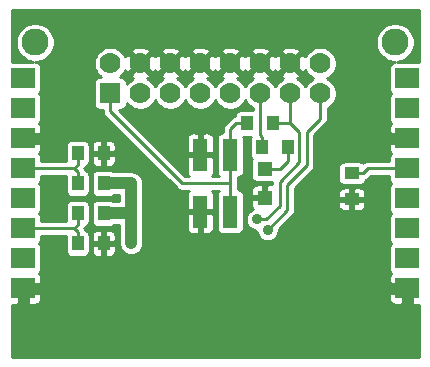
<source format=gbr>
G04 #@! TF.GenerationSoftware,KiCad,Pcbnew,(5.1.5)*
G04 #@! TF.CreationDate,2019-12-06T17:14:53-05:00*
G04 #@! TF.ProjectId,term,7465726d-2e6b-4696-9361-645f70636258,rev?*
G04 #@! TF.SameCoordinates,Original*
G04 #@! TF.FileFunction,Copper,L2,Bot*
G04 #@! TF.FilePolarity,Positive*
%FSLAX46Y46*%
G04 Gerber Fmt 4.6, Leading zero omitted, Abs format (unit mm)*
G04 Created by KiCad (PCBNEW (5.1.5)) date 2019-12-06 17:14:53*
%MOMM*%
%LPD*%
G04 APERTURE LIST*
%ADD10C,1.016000*%
%ADD11C,2.032000*%
%ADD12R,2.032000X1.778000*%
%ADD13C,2.286000*%
%ADD14R,1.270000X2.780000*%
%ADD15R,1.778000X1.778000*%
%ADD16C,1.778000*%
%ADD17R,1.000000X1.300000*%
%ADD18R,1.300000X1.000000*%
%ADD19R,1.300000X1.200000*%
%ADD20C,0.889000*%
%ADD21C,1.016000*%
%ADD22C,0.254000*%
G04 APERTURE END LIST*
D10*
X138430000Y-93980000D03*
X140970000Y-96520000D03*
X158750000Y-106680000D03*
X130810000Y-106680000D03*
D11*
X158496000Y-96266000D03*
X131064000Y-96266000D03*
D10*
X152400000Y-109220000D03*
X152400000Y-104140000D03*
X140970000Y-106680000D03*
X140970000Y-101600000D03*
X130810000Y-104140000D03*
X130810000Y-101600000D03*
X130810000Y-99060000D03*
X158750000Y-104140000D03*
X158750000Y-101600000D03*
D12*
X128524000Y-90170000D03*
X128524000Y-92710000D03*
X128524000Y-95250000D03*
X128524000Y-97790000D03*
X128524000Y-100330000D03*
X128524000Y-102870000D03*
X128524000Y-105410000D03*
X128524000Y-107950000D03*
X161036000Y-107950000D03*
X161036000Y-105410000D03*
X161036000Y-102870000D03*
X161036000Y-100330000D03*
X161036000Y-97790000D03*
X161036000Y-95250000D03*
X161036000Y-92710000D03*
X161036000Y-90170000D03*
D10*
X158750000Y-99060000D03*
D13*
X129540000Y-87122000D03*
X160020000Y-87122000D03*
D14*
X143510000Y-101465000D03*
X146050000Y-101465000D03*
X143510000Y-96655000D03*
X146050000Y-96655000D03*
D15*
X135890000Y-91440000D03*
D16*
X135890000Y-88900000D03*
X138430000Y-91440000D03*
X138430000Y-88900000D03*
X140970000Y-91440000D03*
X140970000Y-88900000D03*
X143510000Y-91440000D03*
X143510000Y-88900000D03*
X146050000Y-91440000D03*
X146050000Y-88900000D03*
X148590000Y-91440000D03*
X148590000Y-88900000D03*
X151130000Y-91440000D03*
X151130000Y-88900000D03*
X153670000Y-91440000D03*
X153670000Y-88900000D03*
D17*
X135339000Y-104140000D03*
X133139000Y-104140000D03*
X133139000Y-101600000D03*
X135339000Y-101600000D03*
X135339000Y-96520000D03*
X133139000Y-96520000D03*
X133139000Y-99060000D03*
X135339000Y-99060000D03*
X147490000Y-93980000D03*
X149690000Y-93980000D03*
D18*
X156337000Y-100414000D03*
X156337000Y-98214000D03*
D17*
X150960000Y-96012000D03*
X148760000Y-96012000D03*
D19*
X148971000Y-100260000D03*
X148971000Y-97860000D03*
D10*
X137668000Y-99060000D03*
X137668000Y-104140000D03*
D20*
X148336000Y-102108000D03*
X149225000Y-102997000D03*
D21*
X135339000Y-99060000D02*
X137668000Y-99060000D01*
X135339000Y-101600000D02*
X137668000Y-101600000D01*
X137668000Y-99060000D02*
X137668000Y-101600000D01*
X137668000Y-104140000D02*
X137668000Y-101600000D01*
D22*
X156337000Y-98214000D02*
X157310000Y-98214000D01*
X157734000Y-97790000D02*
X161036000Y-97790000D01*
X157310000Y-98214000D02*
X157734000Y-97790000D01*
X133139000Y-96520000D02*
X133139000Y-97493000D01*
X133139000Y-97493000D02*
X132842000Y-97790000D01*
X128524000Y-97790000D02*
X132842000Y-97790000D01*
X133139000Y-99060000D02*
X133139000Y-98087000D01*
X133139000Y-98087000D02*
X132842000Y-97790000D01*
X135890000Y-91440000D02*
X135890000Y-92964000D01*
X135890000Y-92964000D02*
X141986000Y-99060000D01*
X141986000Y-99060000D02*
X143510000Y-99060000D01*
X143510000Y-99060000D02*
X146050000Y-99060000D01*
X146558000Y-93980000D02*
X146050000Y-94488000D01*
X146050000Y-94488000D02*
X146050000Y-96655000D01*
X147490000Y-93980000D02*
X146558000Y-93980000D01*
X146050000Y-101465000D02*
X146050000Y-99060000D01*
X146050000Y-99060000D02*
X146050000Y-96655000D01*
X148336000Y-102108000D02*
X149098000Y-102108000D01*
X149098000Y-102108000D02*
X150241000Y-100965000D01*
X150241000Y-100965000D02*
X150241000Y-98933000D01*
X150241000Y-98933000D02*
X151892000Y-97282000D01*
X151892000Y-97282000D02*
X151892000Y-94742000D01*
X151892000Y-94742000D02*
X151130000Y-93980000D01*
X151130000Y-93980000D02*
X151130000Y-93218000D01*
X149690000Y-93980000D02*
X151130000Y-93980000D01*
X151130000Y-93218000D02*
X151130000Y-91440000D01*
X149225000Y-102997000D02*
X150876000Y-101346000D01*
X150876000Y-101346000D02*
X150876000Y-99187000D01*
X150876000Y-99187000D02*
X152527000Y-97536000D01*
X152527000Y-97536000D02*
X152527000Y-94742000D01*
X152527000Y-94742000D02*
X153670000Y-93599000D01*
X153670000Y-93599000D02*
X153670000Y-91440000D01*
X150960000Y-96012000D02*
X150960000Y-97198000D01*
X150960000Y-97198000D02*
X150298000Y-97860000D01*
X150298000Y-97860000D02*
X148971000Y-97860000D01*
X148760000Y-96012000D02*
X148760000Y-95166000D01*
X148760000Y-95166000D02*
X148590000Y-94996000D01*
X148590000Y-94996000D02*
X148590000Y-91440000D01*
X128524000Y-102870000D02*
X132842000Y-102870000D01*
X132842000Y-102870000D02*
X133139000Y-102573000D01*
X133139000Y-102573000D02*
X133139000Y-101600000D01*
X133139000Y-104140000D02*
X133139000Y-103167000D01*
X133139000Y-103167000D02*
X132842000Y-102870000D01*
G36*
X162002001Y-88770543D02*
G01*
X160194961Y-88770543D01*
X160501579Y-88709553D01*
X160802042Y-88585097D01*
X161072451Y-88404415D01*
X161302415Y-88174451D01*
X161483097Y-87904042D01*
X161607553Y-87603579D01*
X161671000Y-87284609D01*
X161671000Y-86959391D01*
X161607553Y-86640421D01*
X161483097Y-86339958D01*
X161302415Y-86069549D01*
X161072451Y-85839585D01*
X160802042Y-85658903D01*
X160501579Y-85534447D01*
X160182609Y-85471000D01*
X159857391Y-85471000D01*
X159538421Y-85534447D01*
X159237958Y-85658903D01*
X158967549Y-85839585D01*
X158737585Y-86069549D01*
X158556903Y-86339958D01*
X158432447Y-86640421D01*
X158369000Y-86959391D01*
X158369000Y-87284609D01*
X158432447Y-87603579D01*
X158556903Y-87904042D01*
X158737585Y-88174451D01*
X158967549Y-88404415D01*
X159237958Y-88585097D01*
X159538421Y-88709553D01*
X159857391Y-88773000D01*
X159995053Y-88773000D01*
X159920415Y-88780351D01*
X159824657Y-88809399D01*
X159736405Y-88856571D01*
X159659052Y-88920052D01*
X159595571Y-88997405D01*
X159548399Y-89085657D01*
X159519351Y-89181415D01*
X159509543Y-89281000D01*
X159509543Y-91059000D01*
X159519351Y-91158585D01*
X159548399Y-91254343D01*
X159595571Y-91342595D01*
X159659052Y-91419948D01*
X159683486Y-91440000D01*
X159659052Y-91460052D01*
X159595571Y-91537405D01*
X159548399Y-91625657D01*
X159519351Y-91721415D01*
X159509543Y-91821000D01*
X159509543Y-93599000D01*
X159519351Y-93698585D01*
X159548399Y-93794343D01*
X159595571Y-93882595D01*
X159659052Y-93959948D01*
X159683486Y-93980000D01*
X159659052Y-94000052D01*
X159595570Y-94077405D01*
X159548398Y-94165656D01*
X159519350Y-94261415D01*
X159509542Y-94361000D01*
X159512000Y-94742000D01*
X159639000Y-94869000D01*
X160655000Y-94869000D01*
X160655000Y-94849000D01*
X161417000Y-94849000D01*
X161417000Y-94869000D01*
X161437000Y-94869000D01*
X161437000Y-95631000D01*
X161417000Y-95631000D01*
X161417000Y-95651000D01*
X160655000Y-95651000D01*
X160655000Y-95631000D01*
X159639000Y-95631000D01*
X159512000Y-95758000D01*
X159509542Y-96139000D01*
X159519350Y-96238585D01*
X159548398Y-96334344D01*
X159595570Y-96422595D01*
X159659052Y-96499948D01*
X159683486Y-96520000D01*
X159659052Y-96540052D01*
X159595571Y-96617405D01*
X159548399Y-96705657D01*
X159519351Y-96801415D01*
X159509543Y-96901000D01*
X159509543Y-97155000D01*
X157765189Y-97155000D01*
X157734000Y-97151928D01*
X157702811Y-97155000D01*
X157702808Y-97155000D01*
X157609518Y-97164188D01*
X157498052Y-97198001D01*
X157489820Y-97200498D01*
X157379506Y-97259462D01*
X157338553Y-97293072D01*
X157306707Y-97319207D01*
X157270595Y-97289571D01*
X157182343Y-97242399D01*
X157086585Y-97213351D01*
X156987000Y-97203543D01*
X155687000Y-97203543D01*
X155587415Y-97213351D01*
X155491657Y-97242399D01*
X155403405Y-97289571D01*
X155326052Y-97353052D01*
X155262571Y-97430405D01*
X155215399Y-97518657D01*
X155186351Y-97614415D01*
X155176543Y-97714000D01*
X155176543Y-98714000D01*
X155186351Y-98813585D01*
X155215399Y-98909343D01*
X155262571Y-98997595D01*
X155326052Y-99074948D01*
X155403405Y-99138429D01*
X155491657Y-99185601D01*
X155587415Y-99214649D01*
X155687000Y-99224457D01*
X156987000Y-99224457D01*
X157086585Y-99214649D01*
X157182343Y-99185601D01*
X157270595Y-99138429D01*
X157347948Y-99074948D01*
X157411429Y-98997595D01*
X157458601Y-98909343D01*
X157484275Y-98824707D01*
X157554180Y-98803502D01*
X157664494Y-98744537D01*
X157761185Y-98665185D01*
X157781074Y-98640950D01*
X157997025Y-98425000D01*
X159509543Y-98425000D01*
X159509543Y-98679000D01*
X159519351Y-98778585D01*
X159548399Y-98874343D01*
X159595571Y-98962595D01*
X159659052Y-99039948D01*
X159683486Y-99060000D01*
X159659052Y-99080052D01*
X159595571Y-99157405D01*
X159548399Y-99245657D01*
X159519351Y-99341415D01*
X159509543Y-99441000D01*
X159509543Y-101219000D01*
X159519351Y-101318585D01*
X159548399Y-101414343D01*
X159595571Y-101502595D01*
X159659052Y-101579948D01*
X159683486Y-101600000D01*
X159659052Y-101620052D01*
X159595571Y-101697405D01*
X159548399Y-101785657D01*
X159519351Y-101881415D01*
X159509543Y-101981000D01*
X159509543Y-103759000D01*
X159519351Y-103858585D01*
X159548399Y-103954343D01*
X159595571Y-104042595D01*
X159659052Y-104119948D01*
X159683486Y-104140000D01*
X159659052Y-104160052D01*
X159595571Y-104237405D01*
X159548399Y-104325657D01*
X159519351Y-104421415D01*
X159509543Y-104521000D01*
X159509543Y-106299000D01*
X159519351Y-106398585D01*
X159548399Y-106494343D01*
X159595571Y-106582595D01*
X159659052Y-106659948D01*
X159683486Y-106680000D01*
X159659052Y-106700052D01*
X159595570Y-106777405D01*
X159548398Y-106865656D01*
X159519350Y-106961415D01*
X159509542Y-107061000D01*
X159512000Y-107442000D01*
X159639000Y-107569000D01*
X160655000Y-107569000D01*
X160655000Y-107549000D01*
X161417000Y-107549000D01*
X161417000Y-107569000D01*
X161437000Y-107569000D01*
X161437000Y-108331000D01*
X161417000Y-108331000D01*
X161417000Y-109220000D01*
X161544000Y-109347000D01*
X162002000Y-109349216D01*
X162002000Y-113742000D01*
X127558000Y-113742000D01*
X127558000Y-109349216D01*
X128016000Y-109347000D01*
X128143000Y-109220000D01*
X128143000Y-108331000D01*
X128905000Y-108331000D01*
X128905000Y-109220000D01*
X129032000Y-109347000D01*
X129540000Y-109349458D01*
X129639585Y-109339650D01*
X129735344Y-109310602D01*
X129823595Y-109263430D01*
X129900948Y-109199948D01*
X129964430Y-109122595D01*
X130011602Y-109034344D01*
X130040650Y-108938585D01*
X130050458Y-108839000D01*
X159509542Y-108839000D01*
X159519350Y-108938585D01*
X159548398Y-109034344D01*
X159595570Y-109122595D01*
X159659052Y-109199948D01*
X159736405Y-109263430D01*
X159824656Y-109310602D01*
X159920415Y-109339650D01*
X160020000Y-109349458D01*
X160528000Y-109347000D01*
X160655000Y-109220000D01*
X160655000Y-108331000D01*
X159639000Y-108331000D01*
X159512000Y-108458000D01*
X159509542Y-108839000D01*
X130050458Y-108839000D01*
X130048000Y-108458000D01*
X129921000Y-108331000D01*
X128905000Y-108331000D01*
X128143000Y-108331000D01*
X128123000Y-108331000D01*
X128123000Y-107569000D01*
X128143000Y-107569000D01*
X128143000Y-107549000D01*
X128905000Y-107549000D01*
X128905000Y-107569000D01*
X129921000Y-107569000D01*
X130048000Y-107442000D01*
X130050458Y-107061000D01*
X130040650Y-106961415D01*
X130011602Y-106865656D01*
X129964430Y-106777405D01*
X129900948Y-106700052D01*
X129876514Y-106680000D01*
X129900948Y-106659948D01*
X129964429Y-106582595D01*
X130011601Y-106494343D01*
X130040649Y-106398585D01*
X130050457Y-106299000D01*
X130050457Y-104521000D01*
X130040649Y-104421415D01*
X130011601Y-104325657D01*
X129964429Y-104237405D01*
X129900948Y-104160052D01*
X129876514Y-104140000D01*
X129900948Y-104119948D01*
X129964429Y-104042595D01*
X130011601Y-103954343D01*
X130040649Y-103858585D01*
X130050457Y-103759000D01*
X130050457Y-103505000D01*
X132128543Y-103505000D01*
X132128543Y-104790000D01*
X132138351Y-104889585D01*
X132167399Y-104985343D01*
X132214571Y-105073595D01*
X132278052Y-105150948D01*
X132355405Y-105214429D01*
X132443657Y-105261601D01*
X132539415Y-105290649D01*
X132639000Y-105300457D01*
X133639000Y-105300457D01*
X133738585Y-105290649D01*
X133834343Y-105261601D01*
X133922595Y-105214429D01*
X133999948Y-105150948D01*
X134063429Y-105073595D01*
X134110601Y-104985343D01*
X134139649Y-104889585D01*
X134149457Y-104790000D01*
X134328542Y-104790000D01*
X134338350Y-104889585D01*
X134367398Y-104985344D01*
X134414570Y-105073595D01*
X134478052Y-105150948D01*
X134555405Y-105214430D01*
X134643656Y-105261602D01*
X134739415Y-105290650D01*
X134839000Y-105300458D01*
X135085000Y-105298000D01*
X135212000Y-105171000D01*
X135212000Y-104267000D01*
X135466000Y-104267000D01*
X135466000Y-105171000D01*
X135593000Y-105298000D01*
X135839000Y-105300458D01*
X135938585Y-105290650D01*
X136034344Y-105261602D01*
X136122595Y-105214430D01*
X136199948Y-105150948D01*
X136263430Y-105073595D01*
X136310602Y-104985344D01*
X136339650Y-104889585D01*
X136349458Y-104790000D01*
X136347000Y-104394000D01*
X136220000Y-104267000D01*
X135466000Y-104267000D01*
X135212000Y-104267000D01*
X134458000Y-104267000D01*
X134331000Y-104394000D01*
X134328542Y-104790000D01*
X134149457Y-104790000D01*
X134149457Y-103490000D01*
X134328542Y-103490000D01*
X134331000Y-103886000D01*
X134458000Y-104013000D01*
X135212000Y-104013000D01*
X135212000Y-103109000D01*
X135466000Y-103109000D01*
X135466000Y-104013000D01*
X136220000Y-104013000D01*
X136347000Y-103886000D01*
X136349458Y-103490000D01*
X136339650Y-103390415D01*
X136310602Y-103294656D01*
X136263430Y-103206405D01*
X136199948Y-103129052D01*
X136122595Y-103065570D01*
X136034344Y-103018398D01*
X135938585Y-102989350D01*
X135839000Y-102979542D01*
X135593000Y-102982000D01*
X135466000Y-103109000D01*
X135212000Y-103109000D01*
X135085000Y-102982000D01*
X134839000Y-102979542D01*
X134739415Y-102989350D01*
X134643656Y-103018398D01*
X134555405Y-103065570D01*
X134478052Y-103129052D01*
X134414570Y-103206405D01*
X134367398Y-103294656D01*
X134338350Y-103390415D01*
X134328542Y-103490000D01*
X134149457Y-103490000D01*
X134139649Y-103390415D01*
X134110601Y-103294657D01*
X134063429Y-103206405D01*
X133999948Y-103129052D01*
X133922595Y-103065571D01*
X133834343Y-103018399D01*
X133749707Y-102992725D01*
X133728502Y-102922820D01*
X133700269Y-102870000D01*
X133728502Y-102817180D01*
X133749707Y-102747275D01*
X133834343Y-102721601D01*
X133922595Y-102674429D01*
X133999948Y-102610948D01*
X134063429Y-102533595D01*
X134110601Y-102445343D01*
X134139649Y-102349585D01*
X134149457Y-102250000D01*
X134149457Y-100950000D01*
X134139649Y-100850415D01*
X134110601Y-100754657D01*
X134063429Y-100666405D01*
X133999948Y-100589052D01*
X133922595Y-100525571D01*
X133834343Y-100478399D01*
X133738585Y-100449351D01*
X133639000Y-100439543D01*
X132639000Y-100439543D01*
X132539415Y-100449351D01*
X132443657Y-100478399D01*
X132355405Y-100525571D01*
X132278052Y-100589052D01*
X132214571Y-100666405D01*
X132167399Y-100754657D01*
X132138351Y-100850415D01*
X132128543Y-100950000D01*
X132128543Y-102235000D01*
X130050457Y-102235000D01*
X130050457Y-101981000D01*
X130040649Y-101881415D01*
X130011601Y-101785657D01*
X129964429Y-101697405D01*
X129900948Y-101620052D01*
X129876514Y-101600000D01*
X129900948Y-101579948D01*
X129964429Y-101502595D01*
X130011601Y-101414343D01*
X130040649Y-101318585D01*
X130050457Y-101219000D01*
X130050457Y-99441000D01*
X130040649Y-99341415D01*
X130011601Y-99245657D01*
X129964429Y-99157405D01*
X129900948Y-99080052D01*
X129876514Y-99060000D01*
X129900948Y-99039948D01*
X129964429Y-98962595D01*
X130011601Y-98874343D01*
X130040649Y-98778585D01*
X130050457Y-98679000D01*
X130050457Y-98425000D01*
X132128543Y-98425000D01*
X132128543Y-99710000D01*
X132138351Y-99809585D01*
X132167399Y-99905343D01*
X132214571Y-99993595D01*
X132278052Y-100070948D01*
X132355405Y-100134429D01*
X132443657Y-100181601D01*
X132539415Y-100210649D01*
X132639000Y-100220457D01*
X133639000Y-100220457D01*
X133738585Y-100210649D01*
X133834343Y-100181601D01*
X133922595Y-100134429D01*
X133999948Y-100070948D01*
X134063429Y-99993595D01*
X134110601Y-99905343D01*
X134139649Y-99809585D01*
X134149457Y-99710000D01*
X134149457Y-99060000D01*
X134318085Y-99060000D01*
X134328543Y-99166180D01*
X134328543Y-99710000D01*
X134338351Y-99809585D01*
X134367399Y-99905343D01*
X134414571Y-99993595D01*
X134478052Y-100070948D01*
X134555405Y-100134429D01*
X134643657Y-100181601D01*
X134739415Y-100210649D01*
X134839000Y-100220457D01*
X135839000Y-100220457D01*
X135938585Y-100210649D01*
X136034343Y-100181601D01*
X136122595Y-100134429D01*
X136193792Y-100076000D01*
X136652000Y-100076000D01*
X136652001Y-100584000D01*
X136193792Y-100584000D01*
X136122595Y-100525571D01*
X136034343Y-100478399D01*
X135938585Y-100449351D01*
X135839000Y-100439543D01*
X134839000Y-100439543D01*
X134739415Y-100449351D01*
X134643657Y-100478399D01*
X134555405Y-100525571D01*
X134478052Y-100589052D01*
X134414571Y-100666405D01*
X134367399Y-100754657D01*
X134338351Y-100850415D01*
X134328543Y-100950000D01*
X134328543Y-101493820D01*
X134318085Y-101600000D01*
X134328543Y-101706180D01*
X134328543Y-102250000D01*
X134338351Y-102349585D01*
X134367399Y-102445343D01*
X134414571Y-102533595D01*
X134478052Y-102610948D01*
X134555405Y-102674429D01*
X134643657Y-102721601D01*
X134739415Y-102750649D01*
X134839000Y-102760457D01*
X135839000Y-102760457D01*
X135938585Y-102750649D01*
X136034343Y-102721601D01*
X136122595Y-102674429D01*
X136193792Y-102616000D01*
X136652001Y-102616000D01*
X136652000Y-104039933D01*
X136652000Y-104240067D01*
X136661787Y-104289272D01*
X136666702Y-104339170D01*
X136681256Y-104387148D01*
X136691044Y-104436356D01*
X136710245Y-104482711D01*
X136724798Y-104530686D01*
X136748431Y-104574902D01*
X136767632Y-104621256D01*
X136795504Y-104662969D01*
X136819140Y-104707190D01*
X136850952Y-104745953D01*
X136878821Y-104787662D01*
X136914292Y-104823133D01*
X136946104Y-104861896D01*
X136984867Y-104893708D01*
X137020338Y-104929179D01*
X137062047Y-104957048D01*
X137100810Y-104988860D01*
X137145032Y-105012497D01*
X137186744Y-105040368D01*
X137233095Y-105059567D01*
X137277313Y-105083202D01*
X137325291Y-105097756D01*
X137371644Y-105116956D01*
X137420849Y-105126743D01*
X137468829Y-105141298D01*
X137518729Y-105146213D01*
X137567933Y-105156000D01*
X137618098Y-105156000D01*
X137668000Y-105160915D01*
X137717902Y-105156000D01*
X137768067Y-105156000D01*
X137817272Y-105146213D01*
X137867170Y-105141298D01*
X137915148Y-105126744D01*
X137964356Y-105116956D01*
X138010711Y-105097755D01*
X138058686Y-105083202D01*
X138102902Y-105059569D01*
X138149256Y-105040368D01*
X138190969Y-105012496D01*
X138235190Y-104988860D01*
X138273953Y-104957048D01*
X138315662Y-104929179D01*
X138351133Y-104893708D01*
X138389896Y-104861896D01*
X138421708Y-104823133D01*
X138457179Y-104787662D01*
X138485048Y-104745953D01*
X138516860Y-104707190D01*
X138540497Y-104662968D01*
X138568368Y-104621256D01*
X138587567Y-104574905D01*
X138611202Y-104530687D01*
X138625756Y-104482709D01*
X138644956Y-104436356D01*
X138654743Y-104387151D01*
X138669298Y-104339171D01*
X138674213Y-104289271D01*
X138684000Y-104240067D01*
X138684000Y-102855000D01*
X142364542Y-102855000D01*
X142374350Y-102954585D01*
X142403398Y-103050344D01*
X142450570Y-103138595D01*
X142514052Y-103215948D01*
X142591405Y-103279430D01*
X142679656Y-103326602D01*
X142775415Y-103355650D01*
X142875000Y-103365458D01*
X143256000Y-103363000D01*
X143383000Y-103236000D01*
X143383000Y-101592000D01*
X143637000Y-101592000D01*
X143637000Y-103236000D01*
X143764000Y-103363000D01*
X144145000Y-103365458D01*
X144244585Y-103355650D01*
X144340344Y-103326602D01*
X144428595Y-103279430D01*
X144505948Y-103215948D01*
X144569430Y-103138595D01*
X144616602Y-103050344D01*
X144645650Y-102954585D01*
X144655458Y-102855000D01*
X144653000Y-101719000D01*
X144526000Y-101592000D01*
X143637000Y-101592000D01*
X143383000Y-101592000D01*
X142494000Y-101592000D01*
X142367000Y-101719000D01*
X142364542Y-102855000D01*
X138684000Y-102855000D01*
X138684000Y-101649902D01*
X138688915Y-101600000D01*
X138684000Y-101550098D01*
X138684000Y-99109902D01*
X138688915Y-99060000D01*
X138684000Y-99010098D01*
X138684000Y-98959933D01*
X138674213Y-98910729D01*
X138669298Y-98860829D01*
X138654743Y-98812849D01*
X138644956Y-98763644D01*
X138625756Y-98717291D01*
X138611202Y-98669313D01*
X138587567Y-98625095D01*
X138568368Y-98578744D01*
X138540497Y-98537032D01*
X138516860Y-98492810D01*
X138485048Y-98454047D01*
X138457179Y-98412338D01*
X138421708Y-98376867D01*
X138389896Y-98338104D01*
X138351133Y-98306292D01*
X138315662Y-98270821D01*
X138273953Y-98242952D01*
X138235190Y-98211140D01*
X138190968Y-98187503D01*
X138149256Y-98159632D01*
X138102905Y-98140433D01*
X138058687Y-98116798D01*
X138010709Y-98102244D01*
X137964356Y-98083044D01*
X137915151Y-98073257D01*
X137867171Y-98058702D01*
X137817271Y-98053787D01*
X137768067Y-98044000D01*
X137717902Y-98044000D01*
X137668000Y-98039085D01*
X137618098Y-98044000D01*
X136193792Y-98044000D01*
X136122595Y-97985571D01*
X136034343Y-97938399D01*
X135938585Y-97909351D01*
X135839000Y-97899543D01*
X134839000Y-97899543D01*
X134739415Y-97909351D01*
X134643657Y-97938399D01*
X134555405Y-97985571D01*
X134478052Y-98049052D01*
X134414571Y-98126405D01*
X134367399Y-98214657D01*
X134338351Y-98310415D01*
X134328543Y-98410000D01*
X134328543Y-98953820D01*
X134318085Y-99060000D01*
X134149457Y-99060000D01*
X134149457Y-98410000D01*
X134139649Y-98310415D01*
X134110601Y-98214657D01*
X134063429Y-98126405D01*
X133999948Y-98049052D01*
X133922595Y-97985571D01*
X133834343Y-97938399D01*
X133749707Y-97912725D01*
X133728502Y-97842820D01*
X133700269Y-97790000D01*
X133728502Y-97737180D01*
X133749707Y-97667275D01*
X133834343Y-97641601D01*
X133922595Y-97594429D01*
X133999948Y-97530948D01*
X134063429Y-97453595D01*
X134110601Y-97365343D01*
X134139649Y-97269585D01*
X134149457Y-97170000D01*
X134328542Y-97170000D01*
X134338350Y-97269585D01*
X134367398Y-97365344D01*
X134414570Y-97453595D01*
X134478052Y-97530948D01*
X134555405Y-97594430D01*
X134643656Y-97641602D01*
X134739415Y-97670650D01*
X134839000Y-97680458D01*
X135085000Y-97678000D01*
X135212000Y-97551000D01*
X135212000Y-96647000D01*
X135466000Y-96647000D01*
X135466000Y-97551000D01*
X135593000Y-97678000D01*
X135839000Y-97680458D01*
X135938585Y-97670650D01*
X136034344Y-97641602D01*
X136122595Y-97594430D01*
X136199948Y-97530948D01*
X136263430Y-97453595D01*
X136310602Y-97365344D01*
X136339650Y-97269585D01*
X136349458Y-97170000D01*
X136347000Y-96774000D01*
X136220000Y-96647000D01*
X135466000Y-96647000D01*
X135212000Y-96647000D01*
X134458000Y-96647000D01*
X134331000Y-96774000D01*
X134328542Y-97170000D01*
X134149457Y-97170000D01*
X134149457Y-95870000D01*
X134328542Y-95870000D01*
X134331000Y-96266000D01*
X134458000Y-96393000D01*
X135212000Y-96393000D01*
X135212000Y-95489000D01*
X135466000Y-95489000D01*
X135466000Y-96393000D01*
X136220000Y-96393000D01*
X136347000Y-96266000D01*
X136349458Y-95870000D01*
X136339650Y-95770415D01*
X136310602Y-95674656D01*
X136263430Y-95586405D01*
X136199948Y-95509052D01*
X136122595Y-95445570D01*
X136034344Y-95398398D01*
X135938585Y-95369350D01*
X135839000Y-95359542D01*
X135593000Y-95362000D01*
X135466000Y-95489000D01*
X135212000Y-95489000D01*
X135085000Y-95362000D01*
X134839000Y-95359542D01*
X134739415Y-95369350D01*
X134643656Y-95398398D01*
X134555405Y-95445570D01*
X134478052Y-95509052D01*
X134414570Y-95586405D01*
X134367398Y-95674656D01*
X134338350Y-95770415D01*
X134328542Y-95870000D01*
X134149457Y-95870000D01*
X134139649Y-95770415D01*
X134110601Y-95674657D01*
X134063429Y-95586405D01*
X133999948Y-95509052D01*
X133922595Y-95445571D01*
X133834343Y-95398399D01*
X133738585Y-95369351D01*
X133639000Y-95359543D01*
X132639000Y-95359543D01*
X132539415Y-95369351D01*
X132443657Y-95398399D01*
X132355405Y-95445571D01*
X132278052Y-95509052D01*
X132214571Y-95586405D01*
X132167399Y-95674657D01*
X132138351Y-95770415D01*
X132128543Y-95870000D01*
X132128543Y-97155000D01*
X130050457Y-97155000D01*
X130050457Y-96901000D01*
X130040649Y-96801415D01*
X130011601Y-96705657D01*
X129964429Y-96617405D01*
X129900948Y-96540052D01*
X129876514Y-96520000D01*
X129900948Y-96499948D01*
X129964430Y-96422595D01*
X130011602Y-96334344D01*
X130040650Y-96238585D01*
X130050458Y-96139000D01*
X130048000Y-95758000D01*
X129921000Y-95631000D01*
X128905000Y-95631000D01*
X128905000Y-95651000D01*
X128143000Y-95651000D01*
X128143000Y-95631000D01*
X128123000Y-95631000D01*
X128123000Y-94869000D01*
X128143000Y-94869000D01*
X128143000Y-94849000D01*
X128905000Y-94849000D01*
X128905000Y-94869000D01*
X129921000Y-94869000D01*
X130048000Y-94742000D01*
X130050458Y-94361000D01*
X130040650Y-94261415D01*
X130011602Y-94165656D01*
X129964430Y-94077405D01*
X129900948Y-94000052D01*
X129876514Y-93980000D01*
X129900948Y-93959948D01*
X129964429Y-93882595D01*
X130011601Y-93794343D01*
X130040649Y-93698585D01*
X130050457Y-93599000D01*
X130050457Y-91821000D01*
X130040649Y-91721415D01*
X130011601Y-91625657D01*
X129964429Y-91537405D01*
X129900948Y-91460052D01*
X129876514Y-91440000D01*
X129900948Y-91419948D01*
X129964429Y-91342595D01*
X130011601Y-91254343D01*
X130040649Y-91158585D01*
X130050457Y-91059000D01*
X130050457Y-90551000D01*
X134490543Y-90551000D01*
X134490543Y-92329000D01*
X134500351Y-92428585D01*
X134529399Y-92524343D01*
X134576571Y-92612595D01*
X134640052Y-92689948D01*
X134717405Y-92753429D01*
X134805657Y-92800601D01*
X134901415Y-92829649D01*
X135001000Y-92839457D01*
X135255001Y-92839457D01*
X135255001Y-92932809D01*
X135251929Y-92964000D01*
X135264189Y-93088481D01*
X135300498Y-93208179D01*
X135359463Y-93318493D01*
X135379150Y-93342482D01*
X135438816Y-93415185D01*
X135463046Y-93435070D01*
X141514930Y-99486955D01*
X141534815Y-99511185D01*
X141559043Y-99531068D01*
X141631506Y-99590538D01*
X141741820Y-99649502D01*
X141861518Y-99685812D01*
X141954808Y-99695000D01*
X141954811Y-99695000D01*
X141986000Y-99698072D01*
X142017189Y-99695000D01*
X142537267Y-99695000D01*
X142514052Y-99714052D01*
X142450570Y-99791405D01*
X142403398Y-99879656D01*
X142374350Y-99975415D01*
X142364542Y-100075000D01*
X142367000Y-101211000D01*
X142494000Y-101338000D01*
X143383000Y-101338000D01*
X143383000Y-101318000D01*
X143637000Y-101318000D01*
X143637000Y-101338000D01*
X144526000Y-101338000D01*
X144653000Y-101211000D01*
X144655458Y-100075000D01*
X144645650Y-99975415D01*
X144616602Y-99879656D01*
X144569430Y-99791405D01*
X144505948Y-99714052D01*
X144482733Y-99695000D01*
X145077267Y-99695000D01*
X145054052Y-99714052D01*
X144990571Y-99791405D01*
X144943399Y-99879657D01*
X144914351Y-99975415D01*
X144904543Y-100075000D01*
X144904543Y-102855000D01*
X144914351Y-102954585D01*
X144943399Y-103050343D01*
X144990571Y-103138595D01*
X145054052Y-103215948D01*
X145131405Y-103279429D01*
X145219657Y-103326601D01*
X145315415Y-103355649D01*
X145415000Y-103365457D01*
X146685000Y-103365457D01*
X146784585Y-103355649D01*
X146880343Y-103326601D01*
X146968595Y-103279429D01*
X147045948Y-103215948D01*
X147109429Y-103138595D01*
X147156601Y-103050343D01*
X147185649Y-102954585D01*
X147195457Y-102855000D01*
X147195457Y-100075000D01*
X147185649Y-99975415D01*
X147156601Y-99879657D01*
X147109429Y-99791405D01*
X147045948Y-99714052D01*
X146980085Y-99660000D01*
X147810542Y-99660000D01*
X147813000Y-100006000D01*
X147940000Y-100133000D01*
X148844000Y-100133000D01*
X148844000Y-99279000D01*
X148717000Y-99152000D01*
X148321000Y-99149542D01*
X148221415Y-99159350D01*
X148125656Y-99188398D01*
X148037405Y-99235570D01*
X147960052Y-99299052D01*
X147896570Y-99376405D01*
X147849398Y-99464656D01*
X147820350Y-99560415D01*
X147810542Y-99660000D01*
X146980085Y-99660000D01*
X146968595Y-99650571D01*
X146880343Y-99603399D01*
X146784585Y-99574351D01*
X146685000Y-99564543D01*
X146685000Y-99091191D01*
X146688072Y-99060000D01*
X146685000Y-99028808D01*
X146685000Y-98555457D01*
X146784585Y-98545649D01*
X146880343Y-98516601D01*
X146968595Y-98469429D01*
X147045948Y-98405948D01*
X147109429Y-98328595D01*
X147156601Y-98240343D01*
X147185649Y-98144585D01*
X147195457Y-98045000D01*
X147195457Y-95265000D01*
X147185649Y-95165415D01*
X147178078Y-95140457D01*
X147802403Y-95140457D01*
X147788399Y-95166657D01*
X147759351Y-95262415D01*
X147749543Y-95362000D01*
X147749543Y-96662000D01*
X147759351Y-96761585D01*
X147788399Y-96857343D01*
X147835571Y-96945595D01*
X147882484Y-97002760D01*
X147849399Y-97064657D01*
X147820351Y-97160415D01*
X147810543Y-97260000D01*
X147810543Y-98460000D01*
X147820351Y-98559585D01*
X147849399Y-98655343D01*
X147896571Y-98743595D01*
X147960052Y-98820948D01*
X148037405Y-98884429D01*
X148125657Y-98931601D01*
X148221415Y-98960649D01*
X148321000Y-98970457D01*
X149606001Y-98970457D01*
X149606001Y-99149635D01*
X149225000Y-99152000D01*
X149098000Y-99279000D01*
X149098000Y-100133000D01*
X149118000Y-100133000D01*
X149118000Y-100387000D01*
X149098000Y-100387000D01*
X149098000Y-100407000D01*
X148844000Y-100407000D01*
X148844000Y-100387000D01*
X147940000Y-100387000D01*
X147813000Y-100514000D01*
X147810542Y-100860000D01*
X147820350Y-100959585D01*
X147849398Y-101055344D01*
X147896570Y-101143595D01*
X147960052Y-101220948D01*
X147969604Y-101228787D01*
X147884822Y-101263905D01*
X147728816Y-101368145D01*
X147596145Y-101500816D01*
X147491905Y-101656822D01*
X147420104Y-101830166D01*
X147383500Y-102014187D01*
X147383500Y-102201813D01*
X147420104Y-102385834D01*
X147491905Y-102559178D01*
X147596145Y-102715184D01*
X147728816Y-102847855D01*
X147884822Y-102952095D01*
X148058166Y-103023896D01*
X148242187Y-103060500D01*
X148272500Y-103060500D01*
X148272500Y-103090813D01*
X148309104Y-103274834D01*
X148380905Y-103448178D01*
X148485145Y-103604184D01*
X148617816Y-103736855D01*
X148773822Y-103841095D01*
X148947166Y-103912896D01*
X149131187Y-103949500D01*
X149318813Y-103949500D01*
X149502834Y-103912896D01*
X149676178Y-103841095D01*
X149832184Y-103736855D01*
X149964855Y-103604184D01*
X150069095Y-103448178D01*
X150140896Y-103274834D01*
X150177500Y-103090813D01*
X150177500Y-102942525D01*
X151302962Y-101817064D01*
X151327185Y-101797185D01*
X151347065Y-101772961D01*
X151347069Y-101772957D01*
X151406538Y-101700494D01*
X151465502Y-101590180D01*
X151475697Y-101556571D01*
X151501812Y-101470482D01*
X151511000Y-101377192D01*
X151511000Y-101377189D01*
X151514072Y-101346000D01*
X151511000Y-101314811D01*
X151511000Y-100914000D01*
X155176542Y-100914000D01*
X155186350Y-101013585D01*
X155215398Y-101109344D01*
X155262570Y-101197595D01*
X155326052Y-101274948D01*
X155403405Y-101338430D01*
X155491656Y-101385602D01*
X155587415Y-101414650D01*
X155687000Y-101424458D01*
X156083000Y-101422000D01*
X156210000Y-101295000D01*
X156210000Y-100541000D01*
X156464000Y-100541000D01*
X156464000Y-101295000D01*
X156591000Y-101422000D01*
X156987000Y-101424458D01*
X157086585Y-101414650D01*
X157182344Y-101385602D01*
X157270595Y-101338430D01*
X157347948Y-101274948D01*
X157411430Y-101197595D01*
X157458602Y-101109344D01*
X157487650Y-101013585D01*
X157497458Y-100914000D01*
X157495000Y-100668000D01*
X157368000Y-100541000D01*
X156464000Y-100541000D01*
X156210000Y-100541000D01*
X155306000Y-100541000D01*
X155179000Y-100668000D01*
X155176542Y-100914000D01*
X151511000Y-100914000D01*
X151511000Y-99914000D01*
X155176542Y-99914000D01*
X155179000Y-100160000D01*
X155306000Y-100287000D01*
X156210000Y-100287000D01*
X156210000Y-99533000D01*
X156464000Y-99533000D01*
X156464000Y-100287000D01*
X157368000Y-100287000D01*
X157495000Y-100160000D01*
X157497458Y-99914000D01*
X157487650Y-99814415D01*
X157458602Y-99718656D01*
X157411430Y-99630405D01*
X157347948Y-99553052D01*
X157270595Y-99489570D01*
X157182344Y-99442398D01*
X157086585Y-99413350D01*
X156987000Y-99403542D01*
X156591000Y-99406000D01*
X156464000Y-99533000D01*
X156210000Y-99533000D01*
X156083000Y-99406000D01*
X155687000Y-99403542D01*
X155587415Y-99413350D01*
X155491656Y-99442398D01*
X155403405Y-99489570D01*
X155326052Y-99553052D01*
X155262570Y-99630405D01*
X155215398Y-99718656D01*
X155186350Y-99814415D01*
X155176542Y-99914000D01*
X151511000Y-99914000D01*
X151511000Y-99450024D01*
X152953962Y-98007064D01*
X152978185Y-97987185D01*
X152998065Y-97962961D01*
X152998069Y-97962957D01*
X153057538Y-97890494D01*
X153116502Y-97780180D01*
X153116502Y-97780179D01*
X153152812Y-97660482D01*
X153162000Y-97567192D01*
X153162000Y-97567189D01*
X153165072Y-97536000D01*
X153162000Y-97504811D01*
X153162000Y-95005024D01*
X154096956Y-94070069D01*
X154121185Y-94050185D01*
X154200537Y-93953494D01*
X154259502Y-93843180D01*
X154295812Y-93723482D01*
X154305000Y-93630192D01*
X154305000Y-93630182D01*
X154308071Y-93599001D01*
X154305000Y-93567820D01*
X154305000Y-92689076D01*
X154331727Y-92678005D01*
X154560535Y-92525120D01*
X154755120Y-92330535D01*
X154908005Y-92101727D01*
X155013314Y-91847490D01*
X155067000Y-91577592D01*
X155067000Y-91302408D01*
X155013314Y-91032510D01*
X154908005Y-90778273D01*
X154755120Y-90549465D01*
X154560535Y-90354880D01*
X154331727Y-90201995D01*
X154254485Y-90170000D01*
X154331727Y-90138005D01*
X154560535Y-89985120D01*
X154755120Y-89790535D01*
X154908005Y-89561727D01*
X155013314Y-89307490D01*
X155067000Y-89037592D01*
X155067000Y-88762408D01*
X155013314Y-88492510D01*
X154908005Y-88238273D01*
X154755120Y-88009465D01*
X154560535Y-87814880D01*
X154331727Y-87661995D01*
X154077490Y-87556686D01*
X153807592Y-87503000D01*
X153532408Y-87503000D01*
X153262510Y-87556686D01*
X153008273Y-87661995D01*
X152779465Y-87814880D01*
X152584880Y-88009465D01*
X152431995Y-88238273D01*
X152402308Y-88309943D01*
X152397636Y-88296977D01*
X152335656Y-88181020D01*
X152118130Y-88091475D01*
X151309605Y-88900000D01*
X152118130Y-89708525D01*
X152335656Y-89618980D01*
X152399485Y-89483240D01*
X152431995Y-89561727D01*
X152584880Y-89790535D01*
X152779465Y-89985120D01*
X153008273Y-90138005D01*
X153085515Y-90170000D01*
X153008273Y-90201995D01*
X152779465Y-90354880D01*
X152584880Y-90549465D01*
X152431995Y-90778273D01*
X152400000Y-90855515D01*
X152368005Y-90778273D01*
X152215120Y-90549465D01*
X152020535Y-90354880D01*
X151791727Y-90201995D01*
X151720057Y-90172308D01*
X151733023Y-90167636D01*
X151848980Y-90105656D01*
X151938525Y-89888130D01*
X151130000Y-89079605D01*
X150321475Y-89888130D01*
X150411020Y-90105656D01*
X150546760Y-90169485D01*
X150468273Y-90201995D01*
X150239465Y-90354880D01*
X150044880Y-90549465D01*
X149891995Y-90778273D01*
X149860000Y-90855515D01*
X149828005Y-90778273D01*
X149675120Y-90549465D01*
X149480535Y-90354880D01*
X149251727Y-90201995D01*
X149180057Y-90172308D01*
X149193023Y-90167636D01*
X149308980Y-90105656D01*
X149398525Y-89888130D01*
X148590000Y-89079605D01*
X147781475Y-89888130D01*
X147871020Y-90105656D01*
X148006760Y-90169485D01*
X147928273Y-90201995D01*
X147699465Y-90354880D01*
X147504880Y-90549465D01*
X147351995Y-90778273D01*
X147320000Y-90855515D01*
X147288005Y-90778273D01*
X147135120Y-90549465D01*
X146940535Y-90354880D01*
X146711727Y-90201995D01*
X146640057Y-90172308D01*
X146653023Y-90167636D01*
X146768980Y-90105656D01*
X146858525Y-89888130D01*
X146050000Y-89079605D01*
X145241475Y-89888130D01*
X145331020Y-90105656D01*
X145466760Y-90169485D01*
X145388273Y-90201995D01*
X145159465Y-90354880D01*
X144964880Y-90549465D01*
X144811995Y-90778273D01*
X144780000Y-90855515D01*
X144748005Y-90778273D01*
X144595120Y-90549465D01*
X144400535Y-90354880D01*
X144171727Y-90201995D01*
X144100057Y-90172308D01*
X144113023Y-90167636D01*
X144228980Y-90105656D01*
X144318525Y-89888130D01*
X143510000Y-89079605D01*
X142701475Y-89888130D01*
X142791020Y-90105656D01*
X142926760Y-90169485D01*
X142848273Y-90201995D01*
X142619465Y-90354880D01*
X142424880Y-90549465D01*
X142271995Y-90778273D01*
X142240000Y-90855515D01*
X142208005Y-90778273D01*
X142055120Y-90549465D01*
X141860535Y-90354880D01*
X141631727Y-90201995D01*
X141560057Y-90172308D01*
X141573023Y-90167636D01*
X141688980Y-90105656D01*
X141778525Y-89888130D01*
X140970000Y-89079605D01*
X140161475Y-89888130D01*
X140251020Y-90105656D01*
X140386760Y-90169485D01*
X140308273Y-90201995D01*
X140079465Y-90354880D01*
X139884880Y-90549465D01*
X139731995Y-90778273D01*
X139700000Y-90855515D01*
X139668005Y-90778273D01*
X139515120Y-90549465D01*
X139320535Y-90354880D01*
X139091727Y-90201995D01*
X139020057Y-90172308D01*
X139033023Y-90167636D01*
X139148980Y-90105656D01*
X139238525Y-89888130D01*
X138430000Y-89079605D01*
X137621475Y-89888130D01*
X137711020Y-90105656D01*
X137846760Y-90169485D01*
X137768273Y-90201995D01*
X137539465Y-90354880D01*
X137344880Y-90549465D01*
X137289457Y-90632411D01*
X137289457Y-90551000D01*
X137279649Y-90451415D01*
X137250601Y-90355657D01*
X137203429Y-90267405D01*
X137139948Y-90190052D01*
X137062595Y-90126571D01*
X136974343Y-90079399D01*
X136878585Y-90050351D01*
X136779000Y-90040543D01*
X136697589Y-90040543D01*
X136780535Y-89985120D01*
X136975120Y-89790535D01*
X137128005Y-89561727D01*
X137157692Y-89490057D01*
X137162364Y-89503023D01*
X137224344Y-89618980D01*
X137441870Y-89708525D01*
X138250395Y-88900000D01*
X138609605Y-88900000D01*
X139418130Y-89708525D01*
X139635656Y-89618980D01*
X139697079Y-89488356D01*
X139702364Y-89503023D01*
X139764344Y-89618980D01*
X139981870Y-89708525D01*
X140790395Y-88900000D01*
X141149605Y-88900000D01*
X141958130Y-89708525D01*
X142175656Y-89618980D01*
X142237079Y-89488356D01*
X142242364Y-89503023D01*
X142304344Y-89618980D01*
X142521870Y-89708525D01*
X143330395Y-88900000D01*
X143689605Y-88900000D01*
X144498130Y-89708525D01*
X144715656Y-89618980D01*
X144777079Y-89488356D01*
X144782364Y-89503023D01*
X144844344Y-89618980D01*
X145061870Y-89708525D01*
X145870395Y-88900000D01*
X146229605Y-88900000D01*
X147038130Y-89708525D01*
X147255656Y-89618980D01*
X147317079Y-89488356D01*
X147322364Y-89503023D01*
X147384344Y-89618980D01*
X147601870Y-89708525D01*
X148410395Y-88900000D01*
X148769605Y-88900000D01*
X149578130Y-89708525D01*
X149795656Y-89618980D01*
X149857079Y-89488356D01*
X149862364Y-89503023D01*
X149924344Y-89618980D01*
X150141870Y-89708525D01*
X150950395Y-88900000D01*
X150141870Y-88091475D01*
X149924344Y-88181020D01*
X149862921Y-88311644D01*
X149857636Y-88296977D01*
X149795656Y-88181020D01*
X149578130Y-88091475D01*
X148769605Y-88900000D01*
X148410395Y-88900000D01*
X147601870Y-88091475D01*
X147384344Y-88181020D01*
X147322921Y-88311644D01*
X147317636Y-88296977D01*
X147255656Y-88181020D01*
X147038130Y-88091475D01*
X146229605Y-88900000D01*
X145870395Y-88900000D01*
X145061870Y-88091475D01*
X144844344Y-88181020D01*
X144782921Y-88311644D01*
X144777636Y-88296977D01*
X144715656Y-88181020D01*
X144498130Y-88091475D01*
X143689605Y-88900000D01*
X143330395Y-88900000D01*
X142521870Y-88091475D01*
X142304344Y-88181020D01*
X142242921Y-88311644D01*
X142237636Y-88296977D01*
X142175656Y-88181020D01*
X141958130Y-88091475D01*
X141149605Y-88900000D01*
X140790395Y-88900000D01*
X139981870Y-88091475D01*
X139764344Y-88181020D01*
X139702921Y-88311644D01*
X139697636Y-88296977D01*
X139635656Y-88181020D01*
X139418130Y-88091475D01*
X138609605Y-88900000D01*
X138250395Y-88900000D01*
X137441870Y-88091475D01*
X137224344Y-88181020D01*
X137160515Y-88316760D01*
X137128005Y-88238273D01*
X136975120Y-88009465D01*
X136877525Y-87911870D01*
X137621475Y-87911870D01*
X138430000Y-88720395D01*
X139238525Y-87911870D01*
X140161475Y-87911870D01*
X140970000Y-88720395D01*
X141778525Y-87911870D01*
X142701475Y-87911870D01*
X143510000Y-88720395D01*
X144318525Y-87911870D01*
X145241475Y-87911870D01*
X146050000Y-88720395D01*
X146858525Y-87911870D01*
X147781475Y-87911870D01*
X148590000Y-88720395D01*
X149398525Y-87911870D01*
X150321475Y-87911870D01*
X151130000Y-88720395D01*
X151938525Y-87911870D01*
X151848980Y-87694344D01*
X151599952Y-87577244D01*
X151332865Y-87510977D01*
X151057983Y-87498090D01*
X150785867Y-87539078D01*
X150526977Y-87632364D01*
X150411020Y-87694344D01*
X150321475Y-87911870D01*
X149398525Y-87911870D01*
X149308980Y-87694344D01*
X149059952Y-87577244D01*
X148792865Y-87510977D01*
X148517983Y-87498090D01*
X148245867Y-87539078D01*
X147986977Y-87632364D01*
X147871020Y-87694344D01*
X147781475Y-87911870D01*
X146858525Y-87911870D01*
X146768980Y-87694344D01*
X146519952Y-87577244D01*
X146252865Y-87510977D01*
X145977983Y-87498090D01*
X145705867Y-87539078D01*
X145446977Y-87632364D01*
X145331020Y-87694344D01*
X145241475Y-87911870D01*
X144318525Y-87911870D01*
X144228980Y-87694344D01*
X143979952Y-87577244D01*
X143712865Y-87510977D01*
X143437983Y-87498090D01*
X143165867Y-87539078D01*
X142906977Y-87632364D01*
X142791020Y-87694344D01*
X142701475Y-87911870D01*
X141778525Y-87911870D01*
X141688980Y-87694344D01*
X141439952Y-87577244D01*
X141172865Y-87510977D01*
X140897983Y-87498090D01*
X140625867Y-87539078D01*
X140366977Y-87632364D01*
X140251020Y-87694344D01*
X140161475Y-87911870D01*
X139238525Y-87911870D01*
X139148980Y-87694344D01*
X138899952Y-87577244D01*
X138632865Y-87510977D01*
X138357983Y-87498090D01*
X138085867Y-87539078D01*
X137826977Y-87632364D01*
X137711020Y-87694344D01*
X137621475Y-87911870D01*
X136877525Y-87911870D01*
X136780535Y-87814880D01*
X136551727Y-87661995D01*
X136297490Y-87556686D01*
X136027592Y-87503000D01*
X135752408Y-87503000D01*
X135482510Y-87556686D01*
X135228273Y-87661995D01*
X134999465Y-87814880D01*
X134804880Y-88009465D01*
X134651995Y-88238273D01*
X134546686Y-88492510D01*
X134493000Y-88762408D01*
X134493000Y-89037592D01*
X134546686Y-89307490D01*
X134651995Y-89561727D01*
X134804880Y-89790535D01*
X134999465Y-89985120D01*
X135082411Y-90040543D01*
X135001000Y-90040543D01*
X134901415Y-90050351D01*
X134805657Y-90079399D01*
X134717405Y-90126571D01*
X134640052Y-90190052D01*
X134576571Y-90267405D01*
X134529399Y-90355657D01*
X134500351Y-90451415D01*
X134490543Y-90551000D01*
X130050457Y-90551000D01*
X130050457Y-89281000D01*
X130040649Y-89181415D01*
X130011601Y-89085657D01*
X129964429Y-88997405D01*
X129900948Y-88920052D01*
X129823595Y-88856571D01*
X129735343Y-88809399D01*
X129639585Y-88780351D01*
X129564947Y-88773000D01*
X129702609Y-88773000D01*
X130021579Y-88709553D01*
X130322042Y-88585097D01*
X130592451Y-88404415D01*
X130822415Y-88174451D01*
X131003097Y-87904042D01*
X131127553Y-87603579D01*
X131191000Y-87284609D01*
X131191000Y-86959391D01*
X131127553Y-86640421D01*
X131003097Y-86339958D01*
X130822415Y-86069549D01*
X130592451Y-85839585D01*
X130322042Y-85658903D01*
X130021579Y-85534447D01*
X129702609Y-85471000D01*
X129377391Y-85471000D01*
X129058421Y-85534447D01*
X128757958Y-85658903D01*
X128487549Y-85839585D01*
X128257585Y-86069549D01*
X128076903Y-86339958D01*
X127952447Y-86640421D01*
X127889000Y-86959391D01*
X127889000Y-87284609D01*
X127952447Y-87603579D01*
X128076903Y-87904042D01*
X128257585Y-88174451D01*
X128487549Y-88404415D01*
X128757958Y-88585097D01*
X129058421Y-88709553D01*
X129365039Y-88770543D01*
X127558000Y-88770543D01*
X127558000Y-84378000D01*
X162002001Y-84378000D01*
X162002001Y-88770543D01*
G37*
X162002001Y-88770543D02*
X160194961Y-88770543D01*
X160501579Y-88709553D01*
X160802042Y-88585097D01*
X161072451Y-88404415D01*
X161302415Y-88174451D01*
X161483097Y-87904042D01*
X161607553Y-87603579D01*
X161671000Y-87284609D01*
X161671000Y-86959391D01*
X161607553Y-86640421D01*
X161483097Y-86339958D01*
X161302415Y-86069549D01*
X161072451Y-85839585D01*
X160802042Y-85658903D01*
X160501579Y-85534447D01*
X160182609Y-85471000D01*
X159857391Y-85471000D01*
X159538421Y-85534447D01*
X159237958Y-85658903D01*
X158967549Y-85839585D01*
X158737585Y-86069549D01*
X158556903Y-86339958D01*
X158432447Y-86640421D01*
X158369000Y-86959391D01*
X158369000Y-87284609D01*
X158432447Y-87603579D01*
X158556903Y-87904042D01*
X158737585Y-88174451D01*
X158967549Y-88404415D01*
X159237958Y-88585097D01*
X159538421Y-88709553D01*
X159857391Y-88773000D01*
X159995053Y-88773000D01*
X159920415Y-88780351D01*
X159824657Y-88809399D01*
X159736405Y-88856571D01*
X159659052Y-88920052D01*
X159595571Y-88997405D01*
X159548399Y-89085657D01*
X159519351Y-89181415D01*
X159509543Y-89281000D01*
X159509543Y-91059000D01*
X159519351Y-91158585D01*
X159548399Y-91254343D01*
X159595571Y-91342595D01*
X159659052Y-91419948D01*
X159683486Y-91440000D01*
X159659052Y-91460052D01*
X159595571Y-91537405D01*
X159548399Y-91625657D01*
X159519351Y-91721415D01*
X159509543Y-91821000D01*
X159509543Y-93599000D01*
X159519351Y-93698585D01*
X159548399Y-93794343D01*
X159595571Y-93882595D01*
X159659052Y-93959948D01*
X159683486Y-93980000D01*
X159659052Y-94000052D01*
X159595570Y-94077405D01*
X159548398Y-94165656D01*
X159519350Y-94261415D01*
X159509542Y-94361000D01*
X159512000Y-94742000D01*
X159639000Y-94869000D01*
X160655000Y-94869000D01*
X160655000Y-94849000D01*
X161417000Y-94849000D01*
X161417000Y-94869000D01*
X161437000Y-94869000D01*
X161437000Y-95631000D01*
X161417000Y-95631000D01*
X161417000Y-95651000D01*
X160655000Y-95651000D01*
X160655000Y-95631000D01*
X159639000Y-95631000D01*
X159512000Y-95758000D01*
X159509542Y-96139000D01*
X159519350Y-96238585D01*
X159548398Y-96334344D01*
X159595570Y-96422595D01*
X159659052Y-96499948D01*
X159683486Y-96520000D01*
X159659052Y-96540052D01*
X159595571Y-96617405D01*
X159548399Y-96705657D01*
X159519351Y-96801415D01*
X159509543Y-96901000D01*
X159509543Y-97155000D01*
X157765189Y-97155000D01*
X157734000Y-97151928D01*
X157702811Y-97155000D01*
X157702808Y-97155000D01*
X157609518Y-97164188D01*
X157498052Y-97198001D01*
X157489820Y-97200498D01*
X157379506Y-97259462D01*
X157338553Y-97293072D01*
X157306707Y-97319207D01*
X157270595Y-97289571D01*
X157182343Y-97242399D01*
X157086585Y-97213351D01*
X156987000Y-97203543D01*
X155687000Y-97203543D01*
X155587415Y-97213351D01*
X155491657Y-97242399D01*
X155403405Y-97289571D01*
X155326052Y-97353052D01*
X155262571Y-97430405D01*
X155215399Y-97518657D01*
X155186351Y-97614415D01*
X155176543Y-97714000D01*
X155176543Y-98714000D01*
X155186351Y-98813585D01*
X155215399Y-98909343D01*
X155262571Y-98997595D01*
X155326052Y-99074948D01*
X155403405Y-99138429D01*
X155491657Y-99185601D01*
X155587415Y-99214649D01*
X155687000Y-99224457D01*
X156987000Y-99224457D01*
X157086585Y-99214649D01*
X157182343Y-99185601D01*
X157270595Y-99138429D01*
X157347948Y-99074948D01*
X157411429Y-98997595D01*
X157458601Y-98909343D01*
X157484275Y-98824707D01*
X157554180Y-98803502D01*
X157664494Y-98744537D01*
X157761185Y-98665185D01*
X157781074Y-98640950D01*
X157997025Y-98425000D01*
X159509543Y-98425000D01*
X159509543Y-98679000D01*
X159519351Y-98778585D01*
X159548399Y-98874343D01*
X159595571Y-98962595D01*
X159659052Y-99039948D01*
X159683486Y-99060000D01*
X159659052Y-99080052D01*
X159595571Y-99157405D01*
X159548399Y-99245657D01*
X159519351Y-99341415D01*
X159509543Y-99441000D01*
X159509543Y-101219000D01*
X159519351Y-101318585D01*
X159548399Y-101414343D01*
X159595571Y-101502595D01*
X159659052Y-101579948D01*
X159683486Y-101600000D01*
X159659052Y-101620052D01*
X159595571Y-101697405D01*
X159548399Y-101785657D01*
X159519351Y-101881415D01*
X159509543Y-101981000D01*
X159509543Y-103759000D01*
X159519351Y-103858585D01*
X159548399Y-103954343D01*
X159595571Y-104042595D01*
X159659052Y-104119948D01*
X159683486Y-104140000D01*
X159659052Y-104160052D01*
X159595571Y-104237405D01*
X159548399Y-104325657D01*
X159519351Y-104421415D01*
X159509543Y-104521000D01*
X159509543Y-106299000D01*
X159519351Y-106398585D01*
X159548399Y-106494343D01*
X159595571Y-106582595D01*
X159659052Y-106659948D01*
X159683486Y-106680000D01*
X159659052Y-106700052D01*
X159595570Y-106777405D01*
X159548398Y-106865656D01*
X159519350Y-106961415D01*
X159509542Y-107061000D01*
X159512000Y-107442000D01*
X159639000Y-107569000D01*
X160655000Y-107569000D01*
X160655000Y-107549000D01*
X161417000Y-107549000D01*
X161417000Y-107569000D01*
X161437000Y-107569000D01*
X161437000Y-108331000D01*
X161417000Y-108331000D01*
X161417000Y-109220000D01*
X161544000Y-109347000D01*
X162002000Y-109349216D01*
X162002000Y-113742000D01*
X127558000Y-113742000D01*
X127558000Y-109349216D01*
X128016000Y-109347000D01*
X128143000Y-109220000D01*
X128143000Y-108331000D01*
X128905000Y-108331000D01*
X128905000Y-109220000D01*
X129032000Y-109347000D01*
X129540000Y-109349458D01*
X129639585Y-109339650D01*
X129735344Y-109310602D01*
X129823595Y-109263430D01*
X129900948Y-109199948D01*
X129964430Y-109122595D01*
X130011602Y-109034344D01*
X130040650Y-108938585D01*
X130050458Y-108839000D01*
X159509542Y-108839000D01*
X159519350Y-108938585D01*
X159548398Y-109034344D01*
X159595570Y-109122595D01*
X159659052Y-109199948D01*
X159736405Y-109263430D01*
X159824656Y-109310602D01*
X159920415Y-109339650D01*
X160020000Y-109349458D01*
X160528000Y-109347000D01*
X160655000Y-109220000D01*
X160655000Y-108331000D01*
X159639000Y-108331000D01*
X159512000Y-108458000D01*
X159509542Y-108839000D01*
X130050458Y-108839000D01*
X130048000Y-108458000D01*
X129921000Y-108331000D01*
X128905000Y-108331000D01*
X128143000Y-108331000D01*
X128123000Y-108331000D01*
X128123000Y-107569000D01*
X128143000Y-107569000D01*
X128143000Y-107549000D01*
X128905000Y-107549000D01*
X128905000Y-107569000D01*
X129921000Y-107569000D01*
X130048000Y-107442000D01*
X130050458Y-107061000D01*
X130040650Y-106961415D01*
X130011602Y-106865656D01*
X129964430Y-106777405D01*
X129900948Y-106700052D01*
X129876514Y-106680000D01*
X129900948Y-106659948D01*
X129964429Y-106582595D01*
X130011601Y-106494343D01*
X130040649Y-106398585D01*
X130050457Y-106299000D01*
X130050457Y-104521000D01*
X130040649Y-104421415D01*
X130011601Y-104325657D01*
X129964429Y-104237405D01*
X129900948Y-104160052D01*
X129876514Y-104140000D01*
X129900948Y-104119948D01*
X129964429Y-104042595D01*
X130011601Y-103954343D01*
X130040649Y-103858585D01*
X130050457Y-103759000D01*
X130050457Y-103505000D01*
X132128543Y-103505000D01*
X132128543Y-104790000D01*
X132138351Y-104889585D01*
X132167399Y-104985343D01*
X132214571Y-105073595D01*
X132278052Y-105150948D01*
X132355405Y-105214429D01*
X132443657Y-105261601D01*
X132539415Y-105290649D01*
X132639000Y-105300457D01*
X133639000Y-105300457D01*
X133738585Y-105290649D01*
X133834343Y-105261601D01*
X133922595Y-105214429D01*
X133999948Y-105150948D01*
X134063429Y-105073595D01*
X134110601Y-104985343D01*
X134139649Y-104889585D01*
X134149457Y-104790000D01*
X134328542Y-104790000D01*
X134338350Y-104889585D01*
X134367398Y-104985344D01*
X134414570Y-105073595D01*
X134478052Y-105150948D01*
X134555405Y-105214430D01*
X134643656Y-105261602D01*
X134739415Y-105290650D01*
X134839000Y-105300458D01*
X135085000Y-105298000D01*
X135212000Y-105171000D01*
X135212000Y-104267000D01*
X135466000Y-104267000D01*
X135466000Y-105171000D01*
X135593000Y-105298000D01*
X135839000Y-105300458D01*
X135938585Y-105290650D01*
X136034344Y-105261602D01*
X136122595Y-105214430D01*
X136199948Y-105150948D01*
X136263430Y-105073595D01*
X136310602Y-104985344D01*
X136339650Y-104889585D01*
X136349458Y-104790000D01*
X136347000Y-104394000D01*
X136220000Y-104267000D01*
X135466000Y-104267000D01*
X135212000Y-104267000D01*
X134458000Y-104267000D01*
X134331000Y-104394000D01*
X134328542Y-104790000D01*
X134149457Y-104790000D01*
X134149457Y-103490000D01*
X134328542Y-103490000D01*
X134331000Y-103886000D01*
X134458000Y-104013000D01*
X135212000Y-104013000D01*
X135212000Y-103109000D01*
X135466000Y-103109000D01*
X135466000Y-104013000D01*
X136220000Y-104013000D01*
X136347000Y-103886000D01*
X136349458Y-103490000D01*
X136339650Y-103390415D01*
X136310602Y-103294656D01*
X136263430Y-103206405D01*
X136199948Y-103129052D01*
X136122595Y-103065570D01*
X136034344Y-103018398D01*
X135938585Y-102989350D01*
X135839000Y-102979542D01*
X135593000Y-102982000D01*
X135466000Y-103109000D01*
X135212000Y-103109000D01*
X135085000Y-102982000D01*
X134839000Y-102979542D01*
X134739415Y-102989350D01*
X134643656Y-103018398D01*
X134555405Y-103065570D01*
X134478052Y-103129052D01*
X134414570Y-103206405D01*
X134367398Y-103294656D01*
X134338350Y-103390415D01*
X134328542Y-103490000D01*
X134149457Y-103490000D01*
X134139649Y-103390415D01*
X134110601Y-103294657D01*
X134063429Y-103206405D01*
X133999948Y-103129052D01*
X133922595Y-103065571D01*
X133834343Y-103018399D01*
X133749707Y-102992725D01*
X133728502Y-102922820D01*
X133700269Y-102870000D01*
X133728502Y-102817180D01*
X133749707Y-102747275D01*
X133834343Y-102721601D01*
X133922595Y-102674429D01*
X133999948Y-102610948D01*
X134063429Y-102533595D01*
X134110601Y-102445343D01*
X134139649Y-102349585D01*
X134149457Y-102250000D01*
X134149457Y-100950000D01*
X134139649Y-100850415D01*
X134110601Y-100754657D01*
X134063429Y-100666405D01*
X133999948Y-100589052D01*
X133922595Y-100525571D01*
X133834343Y-100478399D01*
X133738585Y-100449351D01*
X133639000Y-100439543D01*
X132639000Y-100439543D01*
X132539415Y-100449351D01*
X132443657Y-100478399D01*
X132355405Y-100525571D01*
X132278052Y-100589052D01*
X132214571Y-100666405D01*
X132167399Y-100754657D01*
X132138351Y-100850415D01*
X132128543Y-100950000D01*
X132128543Y-102235000D01*
X130050457Y-102235000D01*
X130050457Y-101981000D01*
X130040649Y-101881415D01*
X130011601Y-101785657D01*
X129964429Y-101697405D01*
X129900948Y-101620052D01*
X129876514Y-101600000D01*
X129900948Y-101579948D01*
X129964429Y-101502595D01*
X130011601Y-101414343D01*
X130040649Y-101318585D01*
X130050457Y-101219000D01*
X130050457Y-99441000D01*
X130040649Y-99341415D01*
X130011601Y-99245657D01*
X129964429Y-99157405D01*
X129900948Y-99080052D01*
X129876514Y-99060000D01*
X129900948Y-99039948D01*
X129964429Y-98962595D01*
X130011601Y-98874343D01*
X130040649Y-98778585D01*
X130050457Y-98679000D01*
X130050457Y-98425000D01*
X132128543Y-98425000D01*
X132128543Y-99710000D01*
X132138351Y-99809585D01*
X132167399Y-99905343D01*
X132214571Y-99993595D01*
X132278052Y-100070948D01*
X132355405Y-100134429D01*
X132443657Y-100181601D01*
X132539415Y-100210649D01*
X132639000Y-100220457D01*
X133639000Y-100220457D01*
X133738585Y-100210649D01*
X133834343Y-100181601D01*
X133922595Y-100134429D01*
X133999948Y-100070948D01*
X134063429Y-99993595D01*
X134110601Y-99905343D01*
X134139649Y-99809585D01*
X134149457Y-99710000D01*
X134149457Y-99060000D01*
X134318085Y-99060000D01*
X134328543Y-99166180D01*
X134328543Y-99710000D01*
X134338351Y-99809585D01*
X134367399Y-99905343D01*
X134414571Y-99993595D01*
X134478052Y-100070948D01*
X134555405Y-100134429D01*
X134643657Y-100181601D01*
X134739415Y-100210649D01*
X134839000Y-100220457D01*
X135839000Y-100220457D01*
X135938585Y-100210649D01*
X136034343Y-100181601D01*
X136122595Y-100134429D01*
X136193792Y-100076000D01*
X136652000Y-100076000D01*
X136652001Y-100584000D01*
X136193792Y-100584000D01*
X136122595Y-100525571D01*
X136034343Y-100478399D01*
X135938585Y-100449351D01*
X135839000Y-100439543D01*
X134839000Y-100439543D01*
X134739415Y-100449351D01*
X134643657Y-100478399D01*
X134555405Y-100525571D01*
X134478052Y-100589052D01*
X134414571Y-100666405D01*
X134367399Y-100754657D01*
X134338351Y-100850415D01*
X134328543Y-100950000D01*
X134328543Y-101493820D01*
X134318085Y-101600000D01*
X134328543Y-101706180D01*
X134328543Y-102250000D01*
X134338351Y-102349585D01*
X134367399Y-102445343D01*
X134414571Y-102533595D01*
X134478052Y-102610948D01*
X134555405Y-102674429D01*
X134643657Y-102721601D01*
X134739415Y-102750649D01*
X134839000Y-102760457D01*
X135839000Y-102760457D01*
X135938585Y-102750649D01*
X136034343Y-102721601D01*
X136122595Y-102674429D01*
X136193792Y-102616000D01*
X136652001Y-102616000D01*
X136652000Y-104039933D01*
X136652000Y-104240067D01*
X136661787Y-104289272D01*
X136666702Y-104339170D01*
X136681256Y-104387148D01*
X136691044Y-104436356D01*
X136710245Y-104482711D01*
X136724798Y-104530686D01*
X136748431Y-104574902D01*
X136767632Y-104621256D01*
X136795504Y-104662969D01*
X136819140Y-104707190D01*
X136850952Y-104745953D01*
X136878821Y-104787662D01*
X136914292Y-104823133D01*
X136946104Y-104861896D01*
X136984867Y-104893708D01*
X137020338Y-104929179D01*
X137062047Y-104957048D01*
X137100810Y-104988860D01*
X137145032Y-105012497D01*
X137186744Y-105040368D01*
X137233095Y-105059567D01*
X137277313Y-105083202D01*
X137325291Y-105097756D01*
X137371644Y-105116956D01*
X137420849Y-105126743D01*
X137468829Y-105141298D01*
X137518729Y-105146213D01*
X137567933Y-105156000D01*
X137618098Y-105156000D01*
X137668000Y-105160915D01*
X137717902Y-105156000D01*
X137768067Y-105156000D01*
X137817272Y-105146213D01*
X137867170Y-105141298D01*
X137915148Y-105126744D01*
X137964356Y-105116956D01*
X138010711Y-105097755D01*
X138058686Y-105083202D01*
X138102902Y-105059569D01*
X138149256Y-105040368D01*
X138190969Y-105012496D01*
X138235190Y-104988860D01*
X138273953Y-104957048D01*
X138315662Y-104929179D01*
X138351133Y-104893708D01*
X138389896Y-104861896D01*
X138421708Y-104823133D01*
X138457179Y-104787662D01*
X138485048Y-104745953D01*
X138516860Y-104707190D01*
X138540497Y-104662968D01*
X138568368Y-104621256D01*
X138587567Y-104574905D01*
X138611202Y-104530687D01*
X138625756Y-104482709D01*
X138644956Y-104436356D01*
X138654743Y-104387151D01*
X138669298Y-104339171D01*
X138674213Y-104289271D01*
X138684000Y-104240067D01*
X138684000Y-102855000D01*
X142364542Y-102855000D01*
X142374350Y-102954585D01*
X142403398Y-103050344D01*
X142450570Y-103138595D01*
X142514052Y-103215948D01*
X142591405Y-103279430D01*
X142679656Y-103326602D01*
X142775415Y-103355650D01*
X142875000Y-103365458D01*
X143256000Y-103363000D01*
X143383000Y-103236000D01*
X143383000Y-101592000D01*
X143637000Y-101592000D01*
X143637000Y-103236000D01*
X143764000Y-103363000D01*
X144145000Y-103365458D01*
X144244585Y-103355650D01*
X144340344Y-103326602D01*
X144428595Y-103279430D01*
X144505948Y-103215948D01*
X144569430Y-103138595D01*
X144616602Y-103050344D01*
X144645650Y-102954585D01*
X144655458Y-102855000D01*
X144653000Y-101719000D01*
X144526000Y-101592000D01*
X143637000Y-101592000D01*
X143383000Y-101592000D01*
X142494000Y-101592000D01*
X142367000Y-101719000D01*
X142364542Y-102855000D01*
X138684000Y-102855000D01*
X138684000Y-101649902D01*
X138688915Y-101600000D01*
X138684000Y-101550098D01*
X138684000Y-99109902D01*
X138688915Y-99060000D01*
X138684000Y-99010098D01*
X138684000Y-98959933D01*
X138674213Y-98910729D01*
X138669298Y-98860829D01*
X138654743Y-98812849D01*
X138644956Y-98763644D01*
X138625756Y-98717291D01*
X138611202Y-98669313D01*
X138587567Y-98625095D01*
X138568368Y-98578744D01*
X138540497Y-98537032D01*
X138516860Y-98492810D01*
X138485048Y-98454047D01*
X138457179Y-98412338D01*
X138421708Y-98376867D01*
X138389896Y-98338104D01*
X138351133Y-98306292D01*
X138315662Y-98270821D01*
X138273953Y-98242952D01*
X138235190Y-98211140D01*
X138190968Y-98187503D01*
X138149256Y-98159632D01*
X138102905Y-98140433D01*
X138058687Y-98116798D01*
X138010709Y-98102244D01*
X137964356Y-98083044D01*
X137915151Y-98073257D01*
X137867171Y-98058702D01*
X137817271Y-98053787D01*
X137768067Y-98044000D01*
X137717902Y-98044000D01*
X137668000Y-98039085D01*
X137618098Y-98044000D01*
X136193792Y-98044000D01*
X136122595Y-97985571D01*
X136034343Y-97938399D01*
X135938585Y-97909351D01*
X135839000Y-97899543D01*
X134839000Y-97899543D01*
X134739415Y-97909351D01*
X134643657Y-97938399D01*
X134555405Y-97985571D01*
X134478052Y-98049052D01*
X134414571Y-98126405D01*
X134367399Y-98214657D01*
X134338351Y-98310415D01*
X134328543Y-98410000D01*
X134328543Y-98953820D01*
X134318085Y-99060000D01*
X134149457Y-99060000D01*
X134149457Y-98410000D01*
X134139649Y-98310415D01*
X134110601Y-98214657D01*
X134063429Y-98126405D01*
X133999948Y-98049052D01*
X133922595Y-97985571D01*
X133834343Y-97938399D01*
X133749707Y-97912725D01*
X133728502Y-97842820D01*
X133700269Y-97790000D01*
X133728502Y-97737180D01*
X133749707Y-97667275D01*
X133834343Y-97641601D01*
X133922595Y-97594429D01*
X133999948Y-97530948D01*
X134063429Y-97453595D01*
X134110601Y-97365343D01*
X134139649Y-97269585D01*
X134149457Y-97170000D01*
X134328542Y-97170000D01*
X134338350Y-97269585D01*
X134367398Y-97365344D01*
X134414570Y-97453595D01*
X134478052Y-97530948D01*
X134555405Y-97594430D01*
X134643656Y-97641602D01*
X134739415Y-97670650D01*
X134839000Y-97680458D01*
X135085000Y-97678000D01*
X135212000Y-97551000D01*
X135212000Y-96647000D01*
X135466000Y-96647000D01*
X135466000Y-97551000D01*
X135593000Y-97678000D01*
X135839000Y-97680458D01*
X135938585Y-97670650D01*
X136034344Y-97641602D01*
X136122595Y-97594430D01*
X136199948Y-97530948D01*
X136263430Y-97453595D01*
X136310602Y-97365344D01*
X136339650Y-97269585D01*
X136349458Y-97170000D01*
X136347000Y-96774000D01*
X136220000Y-96647000D01*
X135466000Y-96647000D01*
X135212000Y-96647000D01*
X134458000Y-96647000D01*
X134331000Y-96774000D01*
X134328542Y-97170000D01*
X134149457Y-97170000D01*
X134149457Y-95870000D01*
X134328542Y-95870000D01*
X134331000Y-96266000D01*
X134458000Y-96393000D01*
X135212000Y-96393000D01*
X135212000Y-95489000D01*
X135466000Y-95489000D01*
X135466000Y-96393000D01*
X136220000Y-96393000D01*
X136347000Y-96266000D01*
X136349458Y-95870000D01*
X136339650Y-95770415D01*
X136310602Y-95674656D01*
X136263430Y-95586405D01*
X136199948Y-95509052D01*
X136122595Y-95445570D01*
X136034344Y-95398398D01*
X135938585Y-95369350D01*
X135839000Y-95359542D01*
X135593000Y-95362000D01*
X135466000Y-95489000D01*
X135212000Y-95489000D01*
X135085000Y-95362000D01*
X134839000Y-95359542D01*
X134739415Y-95369350D01*
X134643656Y-95398398D01*
X134555405Y-95445570D01*
X134478052Y-95509052D01*
X134414570Y-95586405D01*
X134367398Y-95674656D01*
X134338350Y-95770415D01*
X134328542Y-95870000D01*
X134149457Y-95870000D01*
X134139649Y-95770415D01*
X134110601Y-95674657D01*
X134063429Y-95586405D01*
X133999948Y-95509052D01*
X133922595Y-95445571D01*
X133834343Y-95398399D01*
X133738585Y-95369351D01*
X133639000Y-95359543D01*
X132639000Y-95359543D01*
X132539415Y-95369351D01*
X132443657Y-95398399D01*
X132355405Y-95445571D01*
X132278052Y-95509052D01*
X132214571Y-95586405D01*
X132167399Y-95674657D01*
X132138351Y-95770415D01*
X132128543Y-95870000D01*
X132128543Y-97155000D01*
X130050457Y-97155000D01*
X130050457Y-96901000D01*
X130040649Y-96801415D01*
X130011601Y-96705657D01*
X129964429Y-96617405D01*
X129900948Y-96540052D01*
X129876514Y-96520000D01*
X129900948Y-96499948D01*
X129964430Y-96422595D01*
X130011602Y-96334344D01*
X130040650Y-96238585D01*
X130050458Y-96139000D01*
X130048000Y-95758000D01*
X129921000Y-95631000D01*
X128905000Y-95631000D01*
X128905000Y-95651000D01*
X128143000Y-95651000D01*
X128143000Y-95631000D01*
X128123000Y-95631000D01*
X128123000Y-94869000D01*
X128143000Y-94869000D01*
X128143000Y-94849000D01*
X128905000Y-94849000D01*
X128905000Y-94869000D01*
X129921000Y-94869000D01*
X130048000Y-94742000D01*
X130050458Y-94361000D01*
X130040650Y-94261415D01*
X130011602Y-94165656D01*
X129964430Y-94077405D01*
X129900948Y-94000052D01*
X129876514Y-93980000D01*
X129900948Y-93959948D01*
X129964429Y-93882595D01*
X130011601Y-93794343D01*
X130040649Y-93698585D01*
X130050457Y-93599000D01*
X130050457Y-91821000D01*
X130040649Y-91721415D01*
X130011601Y-91625657D01*
X129964429Y-91537405D01*
X129900948Y-91460052D01*
X129876514Y-91440000D01*
X129900948Y-91419948D01*
X129964429Y-91342595D01*
X130011601Y-91254343D01*
X130040649Y-91158585D01*
X130050457Y-91059000D01*
X130050457Y-90551000D01*
X134490543Y-90551000D01*
X134490543Y-92329000D01*
X134500351Y-92428585D01*
X134529399Y-92524343D01*
X134576571Y-92612595D01*
X134640052Y-92689948D01*
X134717405Y-92753429D01*
X134805657Y-92800601D01*
X134901415Y-92829649D01*
X135001000Y-92839457D01*
X135255001Y-92839457D01*
X135255001Y-92932809D01*
X135251929Y-92964000D01*
X135264189Y-93088481D01*
X135300498Y-93208179D01*
X135359463Y-93318493D01*
X135379150Y-93342482D01*
X135438816Y-93415185D01*
X135463046Y-93435070D01*
X141514930Y-99486955D01*
X141534815Y-99511185D01*
X141559043Y-99531068D01*
X141631506Y-99590538D01*
X141741820Y-99649502D01*
X141861518Y-99685812D01*
X141954808Y-99695000D01*
X141954811Y-99695000D01*
X141986000Y-99698072D01*
X142017189Y-99695000D01*
X142537267Y-99695000D01*
X142514052Y-99714052D01*
X142450570Y-99791405D01*
X142403398Y-99879656D01*
X142374350Y-99975415D01*
X142364542Y-100075000D01*
X142367000Y-101211000D01*
X142494000Y-101338000D01*
X143383000Y-101338000D01*
X143383000Y-101318000D01*
X143637000Y-101318000D01*
X143637000Y-101338000D01*
X144526000Y-101338000D01*
X144653000Y-101211000D01*
X144655458Y-100075000D01*
X144645650Y-99975415D01*
X144616602Y-99879656D01*
X144569430Y-99791405D01*
X144505948Y-99714052D01*
X144482733Y-99695000D01*
X145077267Y-99695000D01*
X145054052Y-99714052D01*
X144990571Y-99791405D01*
X144943399Y-99879657D01*
X144914351Y-99975415D01*
X144904543Y-100075000D01*
X144904543Y-102855000D01*
X144914351Y-102954585D01*
X144943399Y-103050343D01*
X144990571Y-103138595D01*
X145054052Y-103215948D01*
X145131405Y-103279429D01*
X145219657Y-103326601D01*
X145315415Y-103355649D01*
X145415000Y-103365457D01*
X146685000Y-103365457D01*
X146784585Y-103355649D01*
X146880343Y-103326601D01*
X146968595Y-103279429D01*
X147045948Y-103215948D01*
X147109429Y-103138595D01*
X147156601Y-103050343D01*
X147185649Y-102954585D01*
X147195457Y-102855000D01*
X147195457Y-100075000D01*
X147185649Y-99975415D01*
X147156601Y-99879657D01*
X147109429Y-99791405D01*
X147045948Y-99714052D01*
X146980085Y-99660000D01*
X147810542Y-99660000D01*
X147813000Y-100006000D01*
X147940000Y-100133000D01*
X148844000Y-100133000D01*
X148844000Y-99279000D01*
X148717000Y-99152000D01*
X148321000Y-99149542D01*
X148221415Y-99159350D01*
X148125656Y-99188398D01*
X148037405Y-99235570D01*
X147960052Y-99299052D01*
X147896570Y-99376405D01*
X147849398Y-99464656D01*
X147820350Y-99560415D01*
X147810542Y-99660000D01*
X146980085Y-99660000D01*
X146968595Y-99650571D01*
X146880343Y-99603399D01*
X146784585Y-99574351D01*
X146685000Y-99564543D01*
X146685000Y-99091191D01*
X146688072Y-99060000D01*
X146685000Y-99028808D01*
X146685000Y-98555457D01*
X146784585Y-98545649D01*
X146880343Y-98516601D01*
X146968595Y-98469429D01*
X147045948Y-98405948D01*
X147109429Y-98328595D01*
X147156601Y-98240343D01*
X147185649Y-98144585D01*
X147195457Y-98045000D01*
X147195457Y-95265000D01*
X147185649Y-95165415D01*
X147178078Y-95140457D01*
X147802403Y-95140457D01*
X147788399Y-95166657D01*
X147759351Y-95262415D01*
X147749543Y-95362000D01*
X147749543Y-96662000D01*
X147759351Y-96761585D01*
X147788399Y-96857343D01*
X147835571Y-96945595D01*
X147882484Y-97002760D01*
X147849399Y-97064657D01*
X147820351Y-97160415D01*
X147810543Y-97260000D01*
X147810543Y-98460000D01*
X147820351Y-98559585D01*
X147849399Y-98655343D01*
X147896571Y-98743595D01*
X147960052Y-98820948D01*
X148037405Y-98884429D01*
X148125657Y-98931601D01*
X148221415Y-98960649D01*
X148321000Y-98970457D01*
X149606001Y-98970457D01*
X149606001Y-99149635D01*
X149225000Y-99152000D01*
X149098000Y-99279000D01*
X149098000Y-100133000D01*
X149118000Y-100133000D01*
X149118000Y-100387000D01*
X149098000Y-100387000D01*
X149098000Y-100407000D01*
X148844000Y-100407000D01*
X148844000Y-100387000D01*
X147940000Y-100387000D01*
X147813000Y-100514000D01*
X147810542Y-100860000D01*
X147820350Y-100959585D01*
X147849398Y-101055344D01*
X147896570Y-101143595D01*
X147960052Y-101220948D01*
X147969604Y-101228787D01*
X147884822Y-101263905D01*
X147728816Y-101368145D01*
X147596145Y-101500816D01*
X147491905Y-101656822D01*
X147420104Y-101830166D01*
X147383500Y-102014187D01*
X147383500Y-102201813D01*
X147420104Y-102385834D01*
X147491905Y-102559178D01*
X147596145Y-102715184D01*
X147728816Y-102847855D01*
X147884822Y-102952095D01*
X148058166Y-103023896D01*
X148242187Y-103060500D01*
X148272500Y-103060500D01*
X148272500Y-103090813D01*
X148309104Y-103274834D01*
X148380905Y-103448178D01*
X148485145Y-103604184D01*
X148617816Y-103736855D01*
X148773822Y-103841095D01*
X148947166Y-103912896D01*
X149131187Y-103949500D01*
X149318813Y-103949500D01*
X149502834Y-103912896D01*
X149676178Y-103841095D01*
X149832184Y-103736855D01*
X149964855Y-103604184D01*
X150069095Y-103448178D01*
X150140896Y-103274834D01*
X150177500Y-103090813D01*
X150177500Y-102942525D01*
X151302962Y-101817064D01*
X151327185Y-101797185D01*
X151347065Y-101772961D01*
X151347069Y-101772957D01*
X151406538Y-101700494D01*
X151465502Y-101590180D01*
X151475697Y-101556571D01*
X151501812Y-101470482D01*
X151511000Y-101377192D01*
X151511000Y-101377189D01*
X151514072Y-101346000D01*
X151511000Y-101314811D01*
X151511000Y-100914000D01*
X155176542Y-100914000D01*
X155186350Y-101013585D01*
X155215398Y-101109344D01*
X155262570Y-101197595D01*
X155326052Y-101274948D01*
X155403405Y-101338430D01*
X155491656Y-101385602D01*
X155587415Y-101414650D01*
X155687000Y-101424458D01*
X156083000Y-101422000D01*
X156210000Y-101295000D01*
X156210000Y-100541000D01*
X156464000Y-100541000D01*
X156464000Y-101295000D01*
X156591000Y-101422000D01*
X156987000Y-101424458D01*
X157086585Y-101414650D01*
X157182344Y-101385602D01*
X157270595Y-101338430D01*
X157347948Y-101274948D01*
X157411430Y-101197595D01*
X157458602Y-101109344D01*
X157487650Y-101013585D01*
X157497458Y-100914000D01*
X157495000Y-100668000D01*
X157368000Y-100541000D01*
X156464000Y-100541000D01*
X156210000Y-100541000D01*
X155306000Y-100541000D01*
X155179000Y-100668000D01*
X155176542Y-100914000D01*
X151511000Y-100914000D01*
X151511000Y-99914000D01*
X155176542Y-99914000D01*
X155179000Y-100160000D01*
X155306000Y-100287000D01*
X156210000Y-100287000D01*
X156210000Y-99533000D01*
X156464000Y-99533000D01*
X156464000Y-100287000D01*
X157368000Y-100287000D01*
X157495000Y-100160000D01*
X157497458Y-99914000D01*
X157487650Y-99814415D01*
X157458602Y-99718656D01*
X157411430Y-99630405D01*
X157347948Y-99553052D01*
X157270595Y-99489570D01*
X157182344Y-99442398D01*
X157086585Y-99413350D01*
X156987000Y-99403542D01*
X156591000Y-99406000D01*
X156464000Y-99533000D01*
X156210000Y-99533000D01*
X156083000Y-99406000D01*
X155687000Y-99403542D01*
X155587415Y-99413350D01*
X155491656Y-99442398D01*
X155403405Y-99489570D01*
X155326052Y-99553052D01*
X155262570Y-99630405D01*
X155215398Y-99718656D01*
X155186350Y-99814415D01*
X155176542Y-99914000D01*
X151511000Y-99914000D01*
X151511000Y-99450024D01*
X152953962Y-98007064D01*
X152978185Y-97987185D01*
X152998065Y-97962961D01*
X152998069Y-97962957D01*
X153057538Y-97890494D01*
X153116502Y-97780180D01*
X153116502Y-97780179D01*
X153152812Y-97660482D01*
X153162000Y-97567192D01*
X153162000Y-97567189D01*
X153165072Y-97536000D01*
X153162000Y-97504811D01*
X153162000Y-95005024D01*
X154096956Y-94070069D01*
X154121185Y-94050185D01*
X154200537Y-93953494D01*
X154259502Y-93843180D01*
X154295812Y-93723482D01*
X154305000Y-93630192D01*
X154305000Y-93630182D01*
X154308071Y-93599001D01*
X154305000Y-93567820D01*
X154305000Y-92689076D01*
X154331727Y-92678005D01*
X154560535Y-92525120D01*
X154755120Y-92330535D01*
X154908005Y-92101727D01*
X155013314Y-91847490D01*
X155067000Y-91577592D01*
X155067000Y-91302408D01*
X155013314Y-91032510D01*
X154908005Y-90778273D01*
X154755120Y-90549465D01*
X154560535Y-90354880D01*
X154331727Y-90201995D01*
X154254485Y-90170000D01*
X154331727Y-90138005D01*
X154560535Y-89985120D01*
X154755120Y-89790535D01*
X154908005Y-89561727D01*
X155013314Y-89307490D01*
X155067000Y-89037592D01*
X155067000Y-88762408D01*
X155013314Y-88492510D01*
X154908005Y-88238273D01*
X154755120Y-88009465D01*
X154560535Y-87814880D01*
X154331727Y-87661995D01*
X154077490Y-87556686D01*
X153807592Y-87503000D01*
X153532408Y-87503000D01*
X153262510Y-87556686D01*
X153008273Y-87661995D01*
X152779465Y-87814880D01*
X152584880Y-88009465D01*
X152431995Y-88238273D01*
X152402308Y-88309943D01*
X152397636Y-88296977D01*
X152335656Y-88181020D01*
X152118130Y-88091475D01*
X151309605Y-88900000D01*
X152118130Y-89708525D01*
X152335656Y-89618980D01*
X152399485Y-89483240D01*
X152431995Y-89561727D01*
X152584880Y-89790535D01*
X152779465Y-89985120D01*
X153008273Y-90138005D01*
X153085515Y-90170000D01*
X153008273Y-90201995D01*
X152779465Y-90354880D01*
X152584880Y-90549465D01*
X152431995Y-90778273D01*
X152400000Y-90855515D01*
X152368005Y-90778273D01*
X152215120Y-90549465D01*
X152020535Y-90354880D01*
X151791727Y-90201995D01*
X151720057Y-90172308D01*
X151733023Y-90167636D01*
X151848980Y-90105656D01*
X151938525Y-89888130D01*
X151130000Y-89079605D01*
X150321475Y-89888130D01*
X150411020Y-90105656D01*
X150546760Y-90169485D01*
X150468273Y-90201995D01*
X150239465Y-90354880D01*
X150044880Y-90549465D01*
X149891995Y-90778273D01*
X149860000Y-90855515D01*
X149828005Y-90778273D01*
X149675120Y-90549465D01*
X149480535Y-90354880D01*
X149251727Y-90201995D01*
X149180057Y-90172308D01*
X149193023Y-90167636D01*
X149308980Y-90105656D01*
X149398525Y-89888130D01*
X148590000Y-89079605D01*
X147781475Y-89888130D01*
X147871020Y-90105656D01*
X148006760Y-90169485D01*
X147928273Y-90201995D01*
X147699465Y-90354880D01*
X147504880Y-90549465D01*
X147351995Y-90778273D01*
X147320000Y-90855515D01*
X147288005Y-90778273D01*
X147135120Y-90549465D01*
X146940535Y-90354880D01*
X146711727Y-90201995D01*
X146640057Y-90172308D01*
X146653023Y-90167636D01*
X146768980Y-90105656D01*
X146858525Y-89888130D01*
X146050000Y-89079605D01*
X145241475Y-89888130D01*
X145331020Y-90105656D01*
X145466760Y-90169485D01*
X145388273Y-90201995D01*
X145159465Y-90354880D01*
X144964880Y-90549465D01*
X144811995Y-90778273D01*
X144780000Y-90855515D01*
X144748005Y-90778273D01*
X144595120Y-90549465D01*
X144400535Y-90354880D01*
X144171727Y-90201995D01*
X144100057Y-90172308D01*
X144113023Y-90167636D01*
X144228980Y-90105656D01*
X144318525Y-89888130D01*
X143510000Y-89079605D01*
X142701475Y-89888130D01*
X142791020Y-90105656D01*
X142926760Y-90169485D01*
X142848273Y-90201995D01*
X142619465Y-90354880D01*
X142424880Y-90549465D01*
X142271995Y-90778273D01*
X142240000Y-90855515D01*
X142208005Y-90778273D01*
X142055120Y-90549465D01*
X141860535Y-90354880D01*
X141631727Y-90201995D01*
X141560057Y-90172308D01*
X141573023Y-90167636D01*
X141688980Y-90105656D01*
X141778525Y-89888130D01*
X140970000Y-89079605D01*
X140161475Y-89888130D01*
X140251020Y-90105656D01*
X140386760Y-90169485D01*
X140308273Y-90201995D01*
X140079465Y-90354880D01*
X139884880Y-90549465D01*
X139731995Y-90778273D01*
X139700000Y-90855515D01*
X139668005Y-90778273D01*
X139515120Y-90549465D01*
X139320535Y-90354880D01*
X139091727Y-90201995D01*
X139020057Y-90172308D01*
X139033023Y-90167636D01*
X139148980Y-90105656D01*
X139238525Y-89888130D01*
X138430000Y-89079605D01*
X137621475Y-89888130D01*
X137711020Y-90105656D01*
X137846760Y-90169485D01*
X137768273Y-90201995D01*
X137539465Y-90354880D01*
X137344880Y-90549465D01*
X137289457Y-90632411D01*
X137289457Y-90551000D01*
X137279649Y-90451415D01*
X137250601Y-90355657D01*
X137203429Y-90267405D01*
X137139948Y-90190052D01*
X137062595Y-90126571D01*
X136974343Y-90079399D01*
X136878585Y-90050351D01*
X136779000Y-90040543D01*
X136697589Y-90040543D01*
X136780535Y-89985120D01*
X136975120Y-89790535D01*
X137128005Y-89561727D01*
X137157692Y-89490057D01*
X137162364Y-89503023D01*
X137224344Y-89618980D01*
X137441870Y-89708525D01*
X138250395Y-88900000D01*
X138609605Y-88900000D01*
X139418130Y-89708525D01*
X139635656Y-89618980D01*
X139697079Y-89488356D01*
X139702364Y-89503023D01*
X139764344Y-89618980D01*
X139981870Y-89708525D01*
X140790395Y-88900000D01*
X141149605Y-88900000D01*
X141958130Y-89708525D01*
X142175656Y-89618980D01*
X142237079Y-89488356D01*
X142242364Y-89503023D01*
X142304344Y-89618980D01*
X142521870Y-89708525D01*
X143330395Y-88900000D01*
X143689605Y-88900000D01*
X144498130Y-89708525D01*
X144715656Y-89618980D01*
X144777079Y-89488356D01*
X144782364Y-89503023D01*
X144844344Y-89618980D01*
X145061870Y-89708525D01*
X145870395Y-88900000D01*
X146229605Y-88900000D01*
X147038130Y-89708525D01*
X147255656Y-89618980D01*
X147317079Y-89488356D01*
X147322364Y-89503023D01*
X147384344Y-89618980D01*
X147601870Y-89708525D01*
X148410395Y-88900000D01*
X148769605Y-88900000D01*
X149578130Y-89708525D01*
X149795656Y-89618980D01*
X149857079Y-89488356D01*
X149862364Y-89503023D01*
X149924344Y-89618980D01*
X150141870Y-89708525D01*
X150950395Y-88900000D01*
X150141870Y-88091475D01*
X149924344Y-88181020D01*
X149862921Y-88311644D01*
X149857636Y-88296977D01*
X149795656Y-88181020D01*
X149578130Y-88091475D01*
X148769605Y-88900000D01*
X148410395Y-88900000D01*
X147601870Y-88091475D01*
X147384344Y-88181020D01*
X147322921Y-88311644D01*
X147317636Y-88296977D01*
X147255656Y-88181020D01*
X147038130Y-88091475D01*
X146229605Y-88900000D01*
X145870395Y-88900000D01*
X145061870Y-88091475D01*
X144844344Y-88181020D01*
X144782921Y-88311644D01*
X144777636Y-88296977D01*
X144715656Y-88181020D01*
X144498130Y-88091475D01*
X143689605Y-88900000D01*
X143330395Y-88900000D01*
X142521870Y-88091475D01*
X142304344Y-88181020D01*
X142242921Y-88311644D01*
X142237636Y-88296977D01*
X142175656Y-88181020D01*
X141958130Y-88091475D01*
X141149605Y-88900000D01*
X140790395Y-88900000D01*
X139981870Y-88091475D01*
X139764344Y-88181020D01*
X139702921Y-88311644D01*
X139697636Y-88296977D01*
X139635656Y-88181020D01*
X139418130Y-88091475D01*
X138609605Y-88900000D01*
X138250395Y-88900000D01*
X137441870Y-88091475D01*
X137224344Y-88181020D01*
X137160515Y-88316760D01*
X137128005Y-88238273D01*
X136975120Y-88009465D01*
X136877525Y-87911870D01*
X137621475Y-87911870D01*
X138430000Y-88720395D01*
X139238525Y-87911870D01*
X140161475Y-87911870D01*
X140970000Y-88720395D01*
X141778525Y-87911870D01*
X142701475Y-87911870D01*
X143510000Y-88720395D01*
X144318525Y-87911870D01*
X145241475Y-87911870D01*
X146050000Y-88720395D01*
X146858525Y-87911870D01*
X147781475Y-87911870D01*
X148590000Y-88720395D01*
X149398525Y-87911870D01*
X150321475Y-87911870D01*
X151130000Y-88720395D01*
X151938525Y-87911870D01*
X151848980Y-87694344D01*
X151599952Y-87577244D01*
X151332865Y-87510977D01*
X151057983Y-87498090D01*
X150785867Y-87539078D01*
X150526977Y-87632364D01*
X150411020Y-87694344D01*
X150321475Y-87911870D01*
X149398525Y-87911870D01*
X149308980Y-87694344D01*
X149059952Y-87577244D01*
X148792865Y-87510977D01*
X148517983Y-87498090D01*
X148245867Y-87539078D01*
X147986977Y-87632364D01*
X147871020Y-87694344D01*
X147781475Y-87911870D01*
X146858525Y-87911870D01*
X146768980Y-87694344D01*
X146519952Y-87577244D01*
X146252865Y-87510977D01*
X145977983Y-87498090D01*
X145705867Y-87539078D01*
X145446977Y-87632364D01*
X145331020Y-87694344D01*
X145241475Y-87911870D01*
X144318525Y-87911870D01*
X144228980Y-87694344D01*
X143979952Y-87577244D01*
X143712865Y-87510977D01*
X143437983Y-87498090D01*
X143165867Y-87539078D01*
X142906977Y-87632364D01*
X142791020Y-87694344D01*
X142701475Y-87911870D01*
X141778525Y-87911870D01*
X141688980Y-87694344D01*
X141439952Y-87577244D01*
X141172865Y-87510977D01*
X140897983Y-87498090D01*
X140625867Y-87539078D01*
X140366977Y-87632364D01*
X140251020Y-87694344D01*
X140161475Y-87911870D01*
X139238525Y-87911870D01*
X139148980Y-87694344D01*
X138899952Y-87577244D01*
X138632865Y-87510977D01*
X138357983Y-87498090D01*
X138085867Y-87539078D01*
X137826977Y-87632364D01*
X137711020Y-87694344D01*
X137621475Y-87911870D01*
X136877525Y-87911870D01*
X136780535Y-87814880D01*
X136551727Y-87661995D01*
X136297490Y-87556686D01*
X136027592Y-87503000D01*
X135752408Y-87503000D01*
X135482510Y-87556686D01*
X135228273Y-87661995D01*
X134999465Y-87814880D01*
X134804880Y-88009465D01*
X134651995Y-88238273D01*
X134546686Y-88492510D01*
X134493000Y-88762408D01*
X134493000Y-89037592D01*
X134546686Y-89307490D01*
X134651995Y-89561727D01*
X134804880Y-89790535D01*
X134999465Y-89985120D01*
X135082411Y-90040543D01*
X135001000Y-90040543D01*
X134901415Y-90050351D01*
X134805657Y-90079399D01*
X134717405Y-90126571D01*
X134640052Y-90190052D01*
X134576571Y-90267405D01*
X134529399Y-90355657D01*
X134500351Y-90451415D01*
X134490543Y-90551000D01*
X130050457Y-90551000D01*
X130050457Y-89281000D01*
X130040649Y-89181415D01*
X130011601Y-89085657D01*
X129964429Y-88997405D01*
X129900948Y-88920052D01*
X129823595Y-88856571D01*
X129735343Y-88809399D01*
X129639585Y-88780351D01*
X129564947Y-88773000D01*
X129702609Y-88773000D01*
X130021579Y-88709553D01*
X130322042Y-88585097D01*
X130592451Y-88404415D01*
X130822415Y-88174451D01*
X131003097Y-87904042D01*
X131127553Y-87603579D01*
X131191000Y-87284609D01*
X131191000Y-86959391D01*
X131127553Y-86640421D01*
X131003097Y-86339958D01*
X130822415Y-86069549D01*
X130592451Y-85839585D01*
X130322042Y-85658903D01*
X130021579Y-85534447D01*
X129702609Y-85471000D01*
X129377391Y-85471000D01*
X129058421Y-85534447D01*
X128757958Y-85658903D01*
X128487549Y-85839585D01*
X128257585Y-86069549D01*
X128076903Y-86339958D01*
X127952447Y-86640421D01*
X127889000Y-86959391D01*
X127889000Y-87284609D01*
X127952447Y-87603579D01*
X128076903Y-87904042D01*
X128257585Y-88174451D01*
X128487549Y-88404415D01*
X128757958Y-88585097D01*
X129058421Y-88709553D01*
X129365039Y-88770543D01*
X127558000Y-88770543D01*
X127558000Y-84378000D01*
X162002001Y-84378000D01*
X162002001Y-88770543D01*
G36*
X147351995Y-92101727D02*
G01*
X147504880Y-92330535D01*
X147699465Y-92525120D01*
X147928273Y-92678005D01*
X147955001Y-92689076D01*
X147955001Y-92819543D01*
X146990000Y-92819543D01*
X146890415Y-92829351D01*
X146794657Y-92858399D01*
X146706405Y-92905571D01*
X146629052Y-92969052D01*
X146565571Y-93046405D01*
X146518399Y-93134657D01*
X146489351Y-93230415D01*
X146479543Y-93330000D01*
X146479543Y-93349655D01*
X146433518Y-93354188D01*
X146313820Y-93390498D01*
X146267635Y-93415185D01*
X146203505Y-93449463D01*
X146131042Y-93508932D01*
X146131039Y-93508935D01*
X146106815Y-93528815D01*
X146086934Y-93553040D01*
X145623050Y-94016926D01*
X145598815Y-94036815D01*
X145519463Y-94133507D01*
X145460498Y-94243821D01*
X145424188Y-94363519D01*
X145415000Y-94456809D01*
X145415000Y-94456819D01*
X145411929Y-94488000D01*
X145415000Y-94519181D01*
X145415000Y-94754543D01*
X145315415Y-94764351D01*
X145219657Y-94793399D01*
X145131405Y-94840571D01*
X145054052Y-94904052D01*
X144990571Y-94981405D01*
X144943399Y-95069657D01*
X144914351Y-95165415D01*
X144904543Y-95265000D01*
X144904543Y-98045000D01*
X144914351Y-98144585D01*
X144943399Y-98240343D01*
X144990571Y-98328595D01*
X145054052Y-98405948D01*
X145077267Y-98425000D01*
X144482733Y-98425000D01*
X144505948Y-98405948D01*
X144569430Y-98328595D01*
X144616602Y-98240344D01*
X144645650Y-98144585D01*
X144655458Y-98045000D01*
X144653000Y-96909000D01*
X144526000Y-96782000D01*
X143637000Y-96782000D01*
X143637000Y-96802000D01*
X143383000Y-96802000D01*
X143383000Y-96782000D01*
X142494000Y-96782000D01*
X142367000Y-96909000D01*
X142364542Y-98045000D01*
X142374350Y-98144585D01*
X142403398Y-98240344D01*
X142450570Y-98328595D01*
X142514052Y-98405948D01*
X142537267Y-98425000D01*
X142249025Y-98425000D01*
X139089025Y-95265000D01*
X142364542Y-95265000D01*
X142367000Y-96401000D01*
X142494000Y-96528000D01*
X143383000Y-96528000D01*
X143383000Y-94884000D01*
X143637000Y-94884000D01*
X143637000Y-96528000D01*
X144526000Y-96528000D01*
X144653000Y-96401000D01*
X144655458Y-95265000D01*
X144645650Y-95165415D01*
X144616602Y-95069656D01*
X144569430Y-94981405D01*
X144505948Y-94904052D01*
X144428595Y-94840570D01*
X144340344Y-94793398D01*
X144244585Y-94764350D01*
X144145000Y-94754542D01*
X143764000Y-94757000D01*
X143637000Y-94884000D01*
X143383000Y-94884000D01*
X143256000Y-94757000D01*
X142875000Y-94754542D01*
X142775415Y-94764350D01*
X142679656Y-94793398D01*
X142591405Y-94840570D01*
X142514052Y-94904052D01*
X142450570Y-94981405D01*
X142403398Y-95069656D01*
X142374350Y-95165415D01*
X142364542Y-95265000D01*
X139089025Y-95265000D01*
X136663481Y-92839457D01*
X136779000Y-92839457D01*
X136878585Y-92829649D01*
X136974343Y-92800601D01*
X137062595Y-92753429D01*
X137139948Y-92689948D01*
X137203429Y-92612595D01*
X137250601Y-92524343D01*
X137279649Y-92428585D01*
X137289457Y-92329000D01*
X137289457Y-92247589D01*
X137344880Y-92330535D01*
X137539465Y-92525120D01*
X137768273Y-92678005D01*
X138022510Y-92783314D01*
X138292408Y-92837000D01*
X138567592Y-92837000D01*
X138837490Y-92783314D01*
X139091727Y-92678005D01*
X139320535Y-92525120D01*
X139515120Y-92330535D01*
X139668005Y-92101727D01*
X139700000Y-92024485D01*
X139731995Y-92101727D01*
X139884880Y-92330535D01*
X140079465Y-92525120D01*
X140308273Y-92678005D01*
X140562510Y-92783314D01*
X140832408Y-92837000D01*
X141107592Y-92837000D01*
X141377490Y-92783314D01*
X141631727Y-92678005D01*
X141860535Y-92525120D01*
X142055120Y-92330535D01*
X142208005Y-92101727D01*
X142240000Y-92024485D01*
X142271995Y-92101727D01*
X142424880Y-92330535D01*
X142619465Y-92525120D01*
X142848273Y-92678005D01*
X143102510Y-92783314D01*
X143372408Y-92837000D01*
X143647592Y-92837000D01*
X143917490Y-92783314D01*
X144171727Y-92678005D01*
X144400535Y-92525120D01*
X144595120Y-92330535D01*
X144748005Y-92101727D01*
X144780000Y-92024485D01*
X144811995Y-92101727D01*
X144964880Y-92330535D01*
X145159465Y-92525120D01*
X145388273Y-92678005D01*
X145642510Y-92783314D01*
X145912408Y-92837000D01*
X146187592Y-92837000D01*
X146457490Y-92783314D01*
X146711727Y-92678005D01*
X146940535Y-92525120D01*
X147135120Y-92330535D01*
X147288005Y-92101727D01*
X147320000Y-92024485D01*
X147351995Y-92101727D01*
G37*
X147351995Y-92101727D02*
X147504880Y-92330535D01*
X147699465Y-92525120D01*
X147928273Y-92678005D01*
X147955001Y-92689076D01*
X147955001Y-92819543D01*
X146990000Y-92819543D01*
X146890415Y-92829351D01*
X146794657Y-92858399D01*
X146706405Y-92905571D01*
X146629052Y-92969052D01*
X146565571Y-93046405D01*
X146518399Y-93134657D01*
X146489351Y-93230415D01*
X146479543Y-93330000D01*
X146479543Y-93349655D01*
X146433518Y-93354188D01*
X146313820Y-93390498D01*
X146267635Y-93415185D01*
X146203505Y-93449463D01*
X146131042Y-93508932D01*
X146131039Y-93508935D01*
X146106815Y-93528815D01*
X146086934Y-93553040D01*
X145623050Y-94016926D01*
X145598815Y-94036815D01*
X145519463Y-94133507D01*
X145460498Y-94243821D01*
X145424188Y-94363519D01*
X145415000Y-94456809D01*
X145415000Y-94456819D01*
X145411929Y-94488000D01*
X145415000Y-94519181D01*
X145415000Y-94754543D01*
X145315415Y-94764351D01*
X145219657Y-94793399D01*
X145131405Y-94840571D01*
X145054052Y-94904052D01*
X144990571Y-94981405D01*
X144943399Y-95069657D01*
X144914351Y-95165415D01*
X144904543Y-95265000D01*
X144904543Y-98045000D01*
X144914351Y-98144585D01*
X144943399Y-98240343D01*
X144990571Y-98328595D01*
X145054052Y-98405948D01*
X145077267Y-98425000D01*
X144482733Y-98425000D01*
X144505948Y-98405948D01*
X144569430Y-98328595D01*
X144616602Y-98240344D01*
X144645650Y-98144585D01*
X144655458Y-98045000D01*
X144653000Y-96909000D01*
X144526000Y-96782000D01*
X143637000Y-96782000D01*
X143637000Y-96802000D01*
X143383000Y-96802000D01*
X143383000Y-96782000D01*
X142494000Y-96782000D01*
X142367000Y-96909000D01*
X142364542Y-98045000D01*
X142374350Y-98144585D01*
X142403398Y-98240344D01*
X142450570Y-98328595D01*
X142514052Y-98405948D01*
X142537267Y-98425000D01*
X142249025Y-98425000D01*
X139089025Y-95265000D01*
X142364542Y-95265000D01*
X142367000Y-96401000D01*
X142494000Y-96528000D01*
X143383000Y-96528000D01*
X143383000Y-94884000D01*
X143637000Y-94884000D01*
X143637000Y-96528000D01*
X144526000Y-96528000D01*
X144653000Y-96401000D01*
X144655458Y-95265000D01*
X144645650Y-95165415D01*
X144616602Y-95069656D01*
X144569430Y-94981405D01*
X144505948Y-94904052D01*
X144428595Y-94840570D01*
X144340344Y-94793398D01*
X144244585Y-94764350D01*
X144145000Y-94754542D01*
X143764000Y-94757000D01*
X143637000Y-94884000D01*
X143383000Y-94884000D01*
X143256000Y-94757000D01*
X142875000Y-94754542D01*
X142775415Y-94764350D01*
X142679656Y-94793398D01*
X142591405Y-94840570D01*
X142514052Y-94904052D01*
X142450570Y-94981405D01*
X142403398Y-95069656D01*
X142374350Y-95165415D01*
X142364542Y-95265000D01*
X139089025Y-95265000D01*
X136663481Y-92839457D01*
X136779000Y-92839457D01*
X136878585Y-92829649D01*
X136974343Y-92800601D01*
X137062595Y-92753429D01*
X137139948Y-92689948D01*
X137203429Y-92612595D01*
X137250601Y-92524343D01*
X137279649Y-92428585D01*
X137289457Y-92329000D01*
X137289457Y-92247589D01*
X137344880Y-92330535D01*
X137539465Y-92525120D01*
X137768273Y-92678005D01*
X138022510Y-92783314D01*
X138292408Y-92837000D01*
X138567592Y-92837000D01*
X138837490Y-92783314D01*
X139091727Y-92678005D01*
X139320535Y-92525120D01*
X139515120Y-92330535D01*
X139668005Y-92101727D01*
X139700000Y-92024485D01*
X139731995Y-92101727D01*
X139884880Y-92330535D01*
X140079465Y-92525120D01*
X140308273Y-92678005D01*
X140562510Y-92783314D01*
X140832408Y-92837000D01*
X141107592Y-92837000D01*
X141377490Y-92783314D01*
X141631727Y-92678005D01*
X141860535Y-92525120D01*
X142055120Y-92330535D01*
X142208005Y-92101727D01*
X142240000Y-92024485D01*
X142271995Y-92101727D01*
X142424880Y-92330535D01*
X142619465Y-92525120D01*
X142848273Y-92678005D01*
X143102510Y-92783314D01*
X143372408Y-92837000D01*
X143647592Y-92837000D01*
X143917490Y-92783314D01*
X144171727Y-92678005D01*
X144400535Y-92525120D01*
X144595120Y-92330535D01*
X144748005Y-92101727D01*
X144780000Y-92024485D01*
X144811995Y-92101727D01*
X144964880Y-92330535D01*
X145159465Y-92525120D01*
X145388273Y-92678005D01*
X145642510Y-92783314D01*
X145912408Y-92837000D01*
X146187592Y-92837000D01*
X146457490Y-92783314D01*
X146711727Y-92678005D01*
X146940535Y-92525120D01*
X147135120Y-92330535D01*
X147288005Y-92101727D01*
X147320000Y-92024485D01*
X147351995Y-92101727D01*
M02*

</source>
